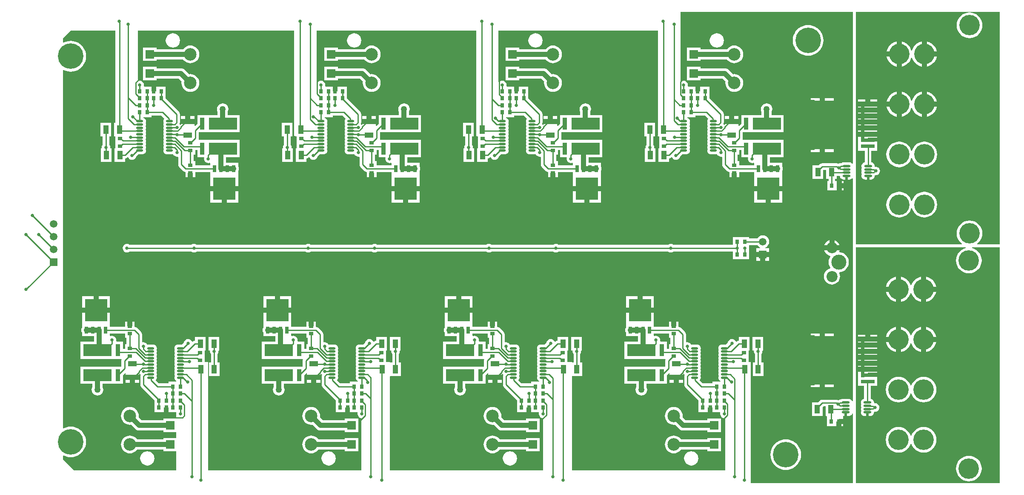
<source format=gtl>
G04*
G04 #@! TF.GenerationSoftware,Altium Limited,Altium Designer,19.1.8 (144)*
G04*
G04 Layer_Physical_Order=1*
G04 Layer_Color=255*
%FSLAX25Y25*%
%MOIN*%
G70*
G01*
G75*
%ADD14C,0.01000*%
%ADD17O,0.05512X0.01772*%
%ADD18O,0.06299X0.01772*%
%ADD19R,0.03504X0.09606*%
%ADD20R,0.22047X0.09606*%
%ADD21R,0.03543X0.02756*%
%ADD22R,0.02756X0.03543*%
%ADD23R,0.17795X0.17480*%
%ADD24R,0.02795X0.05402*%
%ADD25R,0.11024X0.03150*%
%ADD26R,0.14000X0.38200*%
%ADD27R,0.06575X0.06516*%
%ADD28R,0.06693X0.04331*%
%ADD29R,0.04331X0.06693*%
%ADD30R,0.03150X0.31496*%
%ADD31R,0.05512X0.39764*%
%ADD32R,0.14567X0.38189*%
%ADD59C,0.02000*%
%ADD60C,0.04000*%
%ADD61C,0.20000*%
%ADD62C,0.08661*%
%ADD63C,0.11811*%
%ADD64C,0.09843*%
%ADD65C,0.05906*%
%ADD66R,0.05906X0.05906*%
%ADD67C,0.16000*%
%ADD68C,0.02600*%
%ADD69C,0.05000*%
G36*
X715177Y358276D02*
X720154D01*
X720472Y357776D01*
X720380Y357079D01*
X720494Y356217D01*
X720826Y355415D01*
X721355Y354725D01*
X722044Y354196D01*
X722847Y353864D01*
X723709Y353750D01*
X724570Y353864D01*
X724814Y353965D01*
X725311Y353629D01*
Y351805D01*
X713480D01*
Y355410D01*
X712258D01*
Y360248D01*
X713480D01*
Y364030D01*
X715177D01*
Y358276D01*
D02*
G37*
G36*
X573177D02*
X578154D01*
X578472Y357776D01*
X578380Y357079D01*
X578494Y356217D01*
X578826Y355415D01*
X579355Y354725D01*
X580044Y354196D01*
X580847Y353864D01*
X581709Y353750D01*
X582570Y353864D01*
X582814Y353965D01*
X583311Y353629D01*
Y351805D01*
X571480D01*
Y355410D01*
X570258D01*
Y360248D01*
X571480D01*
Y364030D01*
X573177D01*
Y358276D01*
D02*
G37*
G36*
X431177D02*
X436154D01*
X436472Y357776D01*
X436380Y357079D01*
X436494Y356217D01*
X436826Y355415D01*
X437355Y354725D01*
X438044Y354196D01*
X438847Y353864D01*
X439709Y353750D01*
X440570Y353864D01*
X440814Y353965D01*
X441311Y353629D01*
Y351805D01*
X429480D01*
Y355410D01*
X428258D01*
Y360248D01*
X429480D01*
Y364030D01*
X431177D01*
Y358276D01*
D02*
G37*
G36*
X289177D02*
X294154D01*
X294472Y357776D01*
X294380Y357079D01*
X294494Y356217D01*
X294826Y355415D01*
X295355Y354725D01*
X296044Y354196D01*
X296847Y353864D01*
X297709Y353750D01*
X298570Y353864D01*
X298814Y353965D01*
X299311Y353629D01*
Y351805D01*
X287480D01*
Y355410D01*
X286258D01*
Y360248D01*
X287480D01*
Y364030D01*
X289177D01*
Y358276D01*
D02*
G37*
G36*
X802500Y353381D02*
X802000Y353211D01*
X801857Y353397D01*
X801255Y353859D01*
X800553Y354150D01*
X799799Y354249D01*
X795272D01*
X794518Y354150D01*
X793816Y353859D01*
X793661Y353740D01*
X793124D01*
X792148Y353546D01*
X791770Y353293D01*
X791500Y353328D01*
X791151Y353282D01*
X791043Y353355D01*
X790067Y353549D01*
X778504D01*
X777528Y353355D01*
X776701Y352802D01*
X775746Y351847D01*
X771020D01*
Y341154D01*
X779350D01*
Y348242D01*
X779560Y348451D01*
X781650D01*
Y341154D01*
X783498D01*
Y339772D01*
X782669D01*
Y332228D01*
X789953D01*
Y336000D01*
Y339772D01*
X788596D01*
Y341154D01*
X789980D01*
Y343671D01*
X792352D01*
X792361Y343661D01*
X792460Y342908D01*
X792751Y342206D01*
X793214Y341603D01*
X793816Y341141D01*
X794518Y340850D01*
X795272Y340751D01*
X799799D01*
X800553Y340850D01*
X801255Y341141D01*
X801857Y341603D01*
X802000Y341789D01*
X802500Y341619D01*
Y166959D01*
X802000Y166859D01*
X801820Y167294D01*
X801357Y167897D01*
X800755Y168359D01*
X800053Y168650D01*
X799299Y168749D01*
X794772D01*
X794018Y168650D01*
X793316Y168359D01*
X793161Y168240D01*
X792624D01*
X791648Y168046D01*
X791270Y167793D01*
X791000Y167829D01*
X790651Y167782D01*
X790543Y167855D01*
X789567Y168049D01*
X778504D01*
X777528Y167855D01*
X776701Y167302D01*
X775246Y165847D01*
X770520D01*
Y155154D01*
X778850D01*
Y162242D01*
X779560Y162951D01*
X781150D01*
Y155154D01*
X781884D01*
X782169Y154772D01*
Y147228D01*
X789453D01*
Y151000D01*
X791453D01*
Y153000D01*
X794831D01*
Y154772D01*
X794831Y154772D01*
X794831D01*
X794881Y155251D01*
X799299D01*
X800053Y155350D01*
X800755Y155641D01*
X801357Y156103D01*
X801820Y156706D01*
X802000Y157141D01*
X802500Y157041D01*
Y102549D01*
X722500D01*
Y197500D01*
X721063D01*
Y201512D01*
Y206591D01*
X721642D01*
Y217283D01*
X713311D01*
Y214464D01*
X712446Y214292D01*
X711619Y213739D01*
X711515Y213636D01*
X710926Y213753D01*
X710788Y214086D01*
X710259Y214775D01*
X709570Y215304D01*
X708767Y215636D01*
X707905Y215750D01*
X707044Y215636D01*
X706241Y215304D01*
X705552Y214775D01*
X705023Y214086D01*
X704690Y213283D01*
X704631Y212832D01*
X703162Y211364D01*
X700035D01*
X699282Y211264D01*
X698580Y210974D01*
X697977Y210511D01*
X697515Y209908D01*
X697224Y209206D01*
X697125Y208453D01*
X697224Y207699D01*
X697442Y207173D01*
X697224Y206647D01*
X697125Y205894D01*
X697224Y205140D01*
X697442Y204614D01*
X697224Y204088D01*
X697125Y203335D01*
X697224Y202581D01*
X697442Y202055D01*
X697224Y201529D01*
X697125Y200776D01*
X697224Y200022D01*
X697442Y199496D01*
X697224Y198970D01*
X697125Y198216D01*
X697224Y197463D01*
X697442Y196937D01*
X697224Y196411D01*
X697125Y195658D01*
X697224Y194904D01*
X697442Y194378D01*
X697224Y193852D01*
X697125Y193098D01*
X697224Y192345D01*
X697442Y191819D01*
X697224Y191293D01*
X697125Y190539D01*
X697224Y189786D01*
X697442Y189260D01*
X697224Y188734D01*
X697125Y187980D01*
X697224Y187227D01*
X697442Y186701D01*
X697224Y186175D01*
X697125Y185421D01*
X697224Y184668D01*
X697515Y183966D01*
X697977Y183363D01*
X698580Y182901D01*
X699081Y182693D01*
X698982Y182193D01*
X692622D01*
Y180970D01*
X685056D01*
X682630Y183396D01*
X683068Y183966D01*
X683359Y184668D01*
X683458Y185421D01*
X683359Y186175D01*
X683141Y186701D01*
X683359Y187227D01*
X683458Y187980D01*
X683359Y188734D01*
X683141Y189260D01*
X683359Y189786D01*
X683458Y190539D01*
X683359Y191293D01*
X683141Y191819D01*
X683359Y192345D01*
X683458Y193098D01*
X683359Y193852D01*
X683141Y194378D01*
X683359Y194904D01*
X683458Y195658D01*
X683359Y196411D01*
X683141Y196937D01*
X683359Y197463D01*
X683458Y198216D01*
X683359Y198970D01*
X683141Y199496D01*
X683359Y200022D01*
X683458Y200776D01*
X683359Y201529D01*
X683141Y202055D01*
X683359Y202581D01*
X683458Y203335D01*
X683359Y204088D01*
X683141Y204614D01*
X683359Y205140D01*
X683458Y205894D01*
X683359Y206647D01*
X683141Y207173D01*
X683359Y207699D01*
X683458Y208453D01*
X683359Y209206D01*
X683068Y209908D01*
X682605Y210511D01*
X682003Y210974D01*
X681301Y211264D01*
X680547Y211364D01*
X676807D01*
X676054Y211264D01*
X675716Y211404D01*
X675674Y211507D01*
X675145Y212196D01*
X674456Y212725D01*
X673653Y213058D01*
X672791Y213171D01*
X672340Y213112D01*
X671840Y213539D01*
Y219342D01*
X671646Y220318D01*
X671094Y221145D01*
X667771Y224468D01*
X666944Y225020D01*
X666063Y225196D01*
Y229173D01*
X664291D01*
Y225795D01*
X660291D01*
Y229173D01*
X658520D01*
Y225214D01*
X646689D01*
Y227197D01*
X646689Y227697D01*
X646689Y227866D01*
Y236437D01*
X635791D01*
X624894D01*
Y227866D01*
X624894Y227366D01*
X624894Y227197D01*
Y224808D01*
X624797Y224683D01*
X624394Y223710D01*
X624257Y222665D01*
X624394Y221621D01*
X624797Y220648D01*
X624894Y220522D01*
Y217965D01*
X634257D01*
Y213646D01*
X623768D01*
Y200039D01*
X655522D01*
X655604Y199984D01*
X655893Y199539D01*
X655742Y198784D01*
Y194118D01*
X623768D01*
Y180512D01*
X632918D01*
Y177940D01*
X632569Y177096D01*
X632414Y175921D01*
X632569Y174747D01*
X633022Y173652D01*
X633743Y172712D01*
X634683Y171991D01*
X635778Y171537D01*
X636953Y171382D01*
X638128Y171537D01*
X639222Y171991D01*
X640162Y172712D01*
X640883Y173652D01*
X641337Y174747D01*
X641492Y175921D01*
X641337Y177096D01*
X640987Y177940D01*
Y180512D01*
X656823D01*
Y187462D01*
X658483Y189122D01*
X658945Y188931D01*
Y187528D01*
X669638D01*
Y188210D01*
X670138Y188380D01*
X670438Y187989D01*
X670836Y187683D01*
X670645Y187397D01*
X670451Y186421D01*
Y179862D01*
X670645Y178887D01*
X671198Y178060D01*
X681669Y167588D01*
Y163650D01*
Y158150D01*
X688953D01*
Y161921D01*
X692622D01*
Y158150D01*
X692622D01*
Y158150D01*
X698463D01*
X698767Y157650D01*
X698671Y156921D01*
X698785Y156060D01*
X699118Y155257D01*
X699646Y154568D01*
X700336Y154039D01*
X701138Y153706D01*
X702000Y153593D01*
X702124Y153609D01*
X702500Y153279D01*
Y112500D01*
X582500D01*
Y186591D01*
X590587D01*
Y197283D01*
X588954D01*
Y203822D01*
X589288Y204257D01*
X589621Y205060D01*
X589734Y205921D01*
X589695Y206215D01*
X590025Y206591D01*
X590272D01*
Y217283D01*
X581941D01*
Y206591D01*
X582786D01*
X583116Y206215D01*
X583077Y205921D01*
X583190Y205060D01*
X583523Y204257D01*
X583856Y203822D01*
Y197283D01*
X582500D01*
Y197500D01*
X579063D01*
Y201512D01*
Y206591D01*
X579642D01*
Y217283D01*
X571311D01*
Y214464D01*
X570446Y214292D01*
X569619Y213739D01*
X569515Y213636D01*
X568926Y213753D01*
X568788Y214086D01*
X568259Y214775D01*
X567570Y215304D01*
X566767Y215636D01*
X565906Y215750D01*
X565044Y215636D01*
X564241Y215304D01*
X563552Y214775D01*
X563023Y214086D01*
X562690Y213283D01*
X562631Y212832D01*
X561162Y211364D01*
X558035D01*
X557282Y211264D01*
X556580Y210974D01*
X555977Y210511D01*
X555515Y209908D01*
X555224Y209206D01*
X555125Y208453D01*
X555224Y207699D01*
X555442Y207173D01*
X555224Y206647D01*
X555125Y205894D01*
X555224Y205140D01*
X555442Y204614D01*
X555224Y204088D01*
X555125Y203335D01*
X555224Y202581D01*
X555442Y202055D01*
X555224Y201529D01*
X555125Y200776D01*
X555224Y200022D01*
X555442Y199496D01*
X555224Y198970D01*
X555125Y198216D01*
X555224Y197463D01*
X555442Y196937D01*
X555224Y196411D01*
X555125Y195658D01*
X555224Y194904D01*
X555442Y194378D01*
X555224Y193852D01*
X555125Y193098D01*
X555224Y192345D01*
X555442Y191819D01*
X555224Y191293D01*
X555125Y190539D01*
X555224Y189786D01*
X555442Y189260D01*
X555224Y188734D01*
X555125Y187980D01*
X555224Y187227D01*
X555442Y186701D01*
X555224Y186175D01*
X555125Y185421D01*
X555224Y184668D01*
X555515Y183966D01*
X555977Y183363D01*
X556580Y182901D01*
X557081Y182693D01*
X556982Y182193D01*
X550622D01*
Y180970D01*
X543056D01*
X540630Y183396D01*
X541068Y183966D01*
X541359Y184668D01*
X541458Y185421D01*
X541359Y186175D01*
X541141Y186701D01*
X541359Y187227D01*
X541458Y187980D01*
X541359Y188734D01*
X541141Y189260D01*
X541359Y189786D01*
X541458Y190539D01*
X541359Y191293D01*
X541141Y191819D01*
X541359Y192345D01*
X541458Y193098D01*
X541359Y193852D01*
X541141Y194378D01*
X541359Y194904D01*
X541458Y195658D01*
X541359Y196411D01*
X541141Y196937D01*
X541359Y197463D01*
X541458Y198216D01*
X541359Y198970D01*
X541141Y199496D01*
X541359Y200022D01*
X541458Y200776D01*
X541359Y201529D01*
X541141Y202055D01*
X541359Y202581D01*
X541458Y203335D01*
X541359Y204088D01*
X541141Y204614D01*
X541359Y205140D01*
X541458Y205894D01*
X541359Y206647D01*
X541141Y207173D01*
X541359Y207699D01*
X541458Y208453D01*
X541359Y209206D01*
X541068Y209908D01*
X540605Y210511D01*
X540003Y210974D01*
X539301Y211264D01*
X538547Y211364D01*
X534807D01*
X534054Y211264D01*
X533716Y211404D01*
X533674Y211507D01*
X533145Y212196D01*
X532456Y212725D01*
X531653Y213058D01*
X530791Y213171D01*
X530340Y213112D01*
X529840Y213539D01*
Y219342D01*
X529646Y220318D01*
X529094Y221145D01*
X525771Y224468D01*
X524944Y225020D01*
X524063Y225196D01*
Y229173D01*
X522291D01*
Y225795D01*
X518291D01*
Y229173D01*
X516520D01*
Y225214D01*
X504689D01*
Y227197D01*
X504689Y227697D01*
X504689Y227866D01*
Y236437D01*
X493791D01*
X482894D01*
Y227866D01*
X482894Y227366D01*
X482894Y227197D01*
Y224808D01*
X482797Y224683D01*
X482394Y223710D01*
X482257Y222665D01*
X482394Y221621D01*
X482797Y220648D01*
X482894Y220522D01*
Y217965D01*
X492257D01*
Y213646D01*
X481768D01*
Y200039D01*
X513568D01*
X513893Y199539D01*
X513742Y198784D01*
Y194118D01*
X481768D01*
Y180512D01*
X490918D01*
Y177940D01*
X490569Y177096D01*
X490414Y175921D01*
X490569Y174747D01*
X491022Y173652D01*
X491743Y172712D01*
X492683Y171991D01*
X493778Y171537D01*
X494953Y171382D01*
X496128Y171537D01*
X497222Y171991D01*
X498162Y172712D01*
X498883Y173652D01*
X499337Y174747D01*
X499492Y175921D01*
X499337Y177096D01*
X498987Y177940D01*
Y180512D01*
X514823D01*
Y187462D01*
X516483Y189122D01*
X516945Y188931D01*
Y187528D01*
X527638D01*
Y188210D01*
X528138Y188380D01*
X528438Y187989D01*
X528836Y187683D01*
X528645Y187397D01*
X528451Y186421D01*
Y179862D01*
X528645Y178887D01*
X529198Y178060D01*
X539669Y167588D01*
Y163650D01*
Y158150D01*
X546953D01*
Y161921D01*
X550622D01*
Y158150D01*
X550622D01*
Y158150D01*
X556463D01*
X556767Y157650D01*
X556671Y156921D01*
X556785Y156060D01*
X557118Y155257D01*
X557646Y154568D01*
X558336Y154039D01*
X559138Y153706D01*
X560000Y153593D01*
Y112500D01*
X440000D01*
Y186196D01*
X440256Y186591D01*
X440500Y186591D01*
X448587D01*
Y197283D01*
X446954D01*
Y203822D01*
X447288Y204257D01*
X447621Y205060D01*
X447734Y205921D01*
X447695Y206215D01*
X448025Y206591D01*
X448272D01*
Y217283D01*
X439941D01*
Y206591D01*
X440786D01*
X441116Y206215D01*
X441077Y205921D01*
X441190Y205060D01*
X441523Y204257D01*
X441856Y203822D01*
Y197283D01*
X440410Y197283D01*
X440000Y197500D01*
X439846Y197500D01*
X437063D01*
Y201512D01*
Y206591D01*
X437642D01*
Y217283D01*
X429311D01*
Y214464D01*
X428446Y214292D01*
X427619Y213739D01*
X427515Y213636D01*
X426926Y213753D01*
X426788Y214086D01*
X426259Y214775D01*
X425570Y215304D01*
X424767Y215636D01*
X423906Y215750D01*
X423044Y215636D01*
X422241Y215304D01*
X421552Y214775D01*
X421023Y214086D01*
X420690Y213283D01*
X420631Y212832D01*
X419162Y211364D01*
X416035D01*
X415282Y211264D01*
X414580Y210974D01*
X413977Y210511D01*
X413515Y209908D01*
X413224Y209206D01*
X413125Y208453D01*
X413224Y207699D01*
X413442Y207173D01*
X413224Y206647D01*
X413125Y205894D01*
X413224Y205140D01*
X413442Y204614D01*
X413224Y204088D01*
X413125Y203335D01*
X413224Y202581D01*
X413442Y202055D01*
X413224Y201529D01*
X413125Y200776D01*
X413224Y200022D01*
X413442Y199496D01*
X413224Y198970D01*
X413125Y198216D01*
X413224Y197463D01*
X413442Y196937D01*
X413224Y196411D01*
X413125Y195658D01*
X413224Y194904D01*
X413442Y194378D01*
X413224Y193852D01*
X413125Y193098D01*
X413224Y192345D01*
X413442Y191819D01*
X413224Y191293D01*
X413125Y190539D01*
X413224Y189786D01*
X413442Y189260D01*
X413224Y188734D01*
X413125Y187980D01*
X413224Y187227D01*
X413442Y186701D01*
X413224Y186175D01*
X413125Y185421D01*
X413224Y184668D01*
X413515Y183966D01*
X413977Y183363D01*
X414580Y182901D01*
X415081Y182693D01*
X414982Y182193D01*
X408622D01*
Y180970D01*
X401056D01*
X398630Y183396D01*
X399068Y183966D01*
X399359Y184668D01*
X399458Y185421D01*
X399359Y186175D01*
X399141Y186701D01*
X399359Y187227D01*
X399458Y187980D01*
X399359Y188734D01*
X399141Y189260D01*
X399359Y189786D01*
X399458Y190539D01*
X399359Y191293D01*
X399141Y191819D01*
X399359Y192345D01*
X399458Y193098D01*
X399359Y193852D01*
X399141Y194378D01*
X399359Y194904D01*
X399458Y195658D01*
X399359Y196411D01*
X399141Y196937D01*
X399359Y197463D01*
X399458Y198216D01*
X399359Y198970D01*
X399141Y199496D01*
X399359Y200022D01*
X399458Y200776D01*
X399359Y201529D01*
X399141Y202055D01*
X399359Y202581D01*
X399458Y203335D01*
X399359Y204088D01*
X399141Y204614D01*
X399359Y205140D01*
X399458Y205894D01*
X399359Y206647D01*
X399141Y207173D01*
X399359Y207699D01*
X399458Y208453D01*
X399359Y209206D01*
X399068Y209908D01*
X398605Y210511D01*
X398003Y210974D01*
X397301Y211264D01*
X396547Y211364D01*
X392807D01*
X392054Y211264D01*
X391716Y211404D01*
X391674Y211507D01*
X391145Y212196D01*
X390456Y212725D01*
X389653Y213058D01*
X388791Y213171D01*
X388340Y213112D01*
X387840Y213539D01*
Y219342D01*
X387646Y220318D01*
X387094Y221145D01*
X383771Y224468D01*
X382944Y225020D01*
X382063Y225196D01*
Y229173D01*
X380291D01*
Y225795D01*
X376291D01*
Y229173D01*
X374520D01*
Y225214D01*
X362689D01*
Y227197D01*
X362689Y227697D01*
X362689Y227866D01*
Y236437D01*
X351791D01*
X340894D01*
Y227866D01*
X340894Y227366D01*
X340894Y227197D01*
Y224808D01*
X340797Y224683D01*
X340394Y223710D01*
X340257Y222665D01*
X340394Y221621D01*
X340797Y220648D01*
X340894Y220522D01*
Y217965D01*
X350257D01*
Y213646D01*
X339768D01*
Y200039D01*
X371568D01*
X371893Y199539D01*
X371742Y198784D01*
Y194118D01*
X339768D01*
Y180512D01*
X348918D01*
Y177940D01*
X348569Y177096D01*
X348414Y175921D01*
X348569Y174747D01*
X349022Y173652D01*
X349743Y172712D01*
X350683Y171991D01*
X351778Y171537D01*
X352953Y171382D01*
X354128Y171537D01*
X355222Y171991D01*
X356162Y172712D01*
X356884Y173652D01*
X357337Y174747D01*
X357492Y175921D01*
X357337Y177096D01*
X356987Y177940D01*
Y180512D01*
X372823D01*
Y187462D01*
X374483Y189122D01*
X374945Y188931D01*
Y187528D01*
X385638D01*
Y188210D01*
X386138Y188380D01*
X386438Y187989D01*
X386836Y187683D01*
X386645Y187397D01*
X386451Y186421D01*
Y179862D01*
X386645Y178887D01*
X387198Y178060D01*
X397669Y167588D01*
Y163650D01*
Y158150D01*
X404953D01*
Y161921D01*
X408622D01*
Y158150D01*
X408622D01*
Y158150D01*
X414463D01*
X414767Y157650D01*
X414672Y156921D01*
X414785Y156060D01*
X415118Y155257D01*
X415646Y154568D01*
X416336Y154039D01*
X417138Y153706D01*
X417500Y153659D01*
Y112500D01*
X297500D01*
Y197500D01*
X295063D01*
Y201512D01*
Y206591D01*
X295642D01*
Y217283D01*
X287311D01*
Y214464D01*
X286446Y214292D01*
X285619Y213739D01*
X285515Y213636D01*
X284926Y213753D01*
X284788Y214086D01*
X284259Y214775D01*
X283570Y215304D01*
X282767Y215636D01*
X281906Y215750D01*
X281044Y215636D01*
X280241Y215304D01*
X279552Y214775D01*
X279023Y214086D01*
X278690Y213283D01*
X278631Y212832D01*
X277162Y211364D01*
X274035D01*
X273282Y211264D01*
X272580Y210974D01*
X271977Y210511D01*
X271515Y209908D01*
X271224Y209206D01*
X271125Y208453D01*
X271224Y207699D01*
X271442Y207173D01*
X271224Y206647D01*
X271125Y205894D01*
X271224Y205140D01*
X271442Y204614D01*
X271224Y204088D01*
X271125Y203335D01*
X271224Y202581D01*
X271442Y202055D01*
X271224Y201529D01*
X271125Y200776D01*
X271224Y200022D01*
X271442Y199496D01*
X271224Y198970D01*
X271125Y198216D01*
X271224Y197463D01*
X271442Y196937D01*
X271224Y196411D01*
X271125Y195658D01*
X271224Y194904D01*
X271442Y194378D01*
X271224Y193852D01*
X271125Y193098D01*
X271224Y192345D01*
X271442Y191819D01*
X271224Y191293D01*
X271125Y190539D01*
X271224Y189786D01*
X271442Y189260D01*
X271224Y188734D01*
X271125Y187980D01*
X271224Y187227D01*
X271442Y186701D01*
X271224Y186175D01*
X271125Y185421D01*
X271224Y184668D01*
X271515Y183966D01*
X271977Y183363D01*
X272500Y182962D01*
Y182193D01*
X266622D01*
Y180970D01*
X259056D01*
X256630Y183396D01*
X257068Y183966D01*
X257359Y184668D01*
X257458Y185421D01*
X257359Y186175D01*
X257141Y186701D01*
X257359Y187227D01*
X257458Y187980D01*
X257359Y188734D01*
X257141Y189260D01*
X257359Y189786D01*
X257458Y190539D01*
X257359Y191293D01*
X257141Y191819D01*
X257359Y192345D01*
X257458Y193098D01*
X257359Y193852D01*
X257141Y194378D01*
X257359Y194904D01*
X257458Y195658D01*
X257359Y196411D01*
X257141Y196937D01*
X257359Y197463D01*
X257458Y198216D01*
X257359Y198970D01*
X257141Y199496D01*
X257359Y200022D01*
X257458Y200776D01*
X257359Y201529D01*
X257141Y202055D01*
X257359Y202581D01*
X257458Y203335D01*
X257359Y204088D01*
X257141Y204614D01*
X257359Y205140D01*
X257458Y205894D01*
X257359Y206647D01*
X257141Y207173D01*
X257359Y207699D01*
X257458Y208453D01*
X257359Y209206D01*
X257068Y209908D01*
X256605Y210511D01*
X256003Y210974D01*
X255301Y211264D01*
X254547Y211364D01*
X250807D01*
X250054Y211264D01*
X249716Y211404D01*
X249674Y211507D01*
X249145Y212196D01*
X248456Y212725D01*
X247653Y213058D01*
X246791Y213171D01*
X246340Y213112D01*
X245840Y213539D01*
Y219342D01*
X245646Y220318D01*
X245094Y221145D01*
X241771Y224468D01*
X240944Y225020D01*
X240063Y225196D01*
Y229173D01*
X238291D01*
Y225795D01*
X234291D01*
Y229173D01*
X232520D01*
Y225214D01*
X220689D01*
Y227197D01*
X220689Y227697D01*
X220689Y227866D01*
Y236437D01*
X209791D01*
X198894D01*
Y227866D01*
X198894Y227366D01*
X198894Y227197D01*
Y224808D01*
X198797Y224683D01*
X198394Y223710D01*
X198257Y222665D01*
X198394Y221621D01*
X198797Y220648D01*
X198894Y220522D01*
Y217965D01*
X208257D01*
Y213646D01*
X197768D01*
Y200039D01*
X229568D01*
X229893Y199539D01*
X229742Y198784D01*
Y194118D01*
X197768D01*
Y180512D01*
X206918D01*
Y177940D01*
X206569Y177096D01*
X206414Y175921D01*
X206569Y174747D01*
X207022Y173652D01*
X207743Y172712D01*
X208683Y171991D01*
X209778Y171537D01*
X210953Y171382D01*
X212127Y171537D01*
X213222Y171991D01*
X214162Y172712D01*
X214883Y173652D01*
X215337Y174747D01*
X215492Y175921D01*
X215337Y177096D01*
X214987Y177940D01*
Y180512D01*
X230823D01*
Y187462D01*
X232483Y189122D01*
X232945Y188931D01*
Y187528D01*
X243638D01*
Y188210D01*
X244138Y188380D01*
X244438Y187989D01*
X244836Y187683D01*
X244645Y187397D01*
X244451Y186421D01*
Y179862D01*
X244645Y178887D01*
X245198Y178060D01*
X255669Y167588D01*
Y163650D01*
Y158150D01*
X262953D01*
Y161921D01*
X266622D01*
Y158150D01*
X266622D01*
Y158150D01*
X272500D01*
Y153179D01*
X262713D01*
Y151956D01*
X245419D01*
X243134Y154241D01*
X243246Y155378D01*
X243112Y156735D01*
X242717Y158039D01*
X242074Y159242D01*
X241209Y160296D01*
X240155Y161161D01*
X238953Y161803D01*
X237648Y162199D01*
X236291Y162333D01*
X234934Y162199D01*
X233630Y161803D01*
X232428Y161161D01*
X231374Y160296D01*
X230509Y159242D01*
X229866Y158039D01*
X229470Y156735D01*
X229337Y155378D01*
X229470Y154021D01*
X229866Y152717D01*
X230509Y151514D01*
X231374Y150460D01*
X232428Y149595D01*
X233630Y148953D01*
X234934Y148557D01*
X236291Y148423D01*
X237428Y148535D01*
X240895Y145069D01*
X240895Y145068D01*
X241731Y144427D01*
X242704Y144024D01*
X243748Y143887D01*
X262713D01*
Y142663D01*
X272500D01*
Y138100D01*
X262713D01*
Y136971D01*
X241934D01*
X241209Y137855D01*
X240155Y138720D01*
X238953Y139362D01*
X237648Y139758D01*
X236291Y139892D01*
X234934Y139758D01*
X233630Y139362D01*
X232428Y138720D01*
X231374Y137855D01*
X230509Y136801D01*
X229866Y135599D01*
X229470Y134294D01*
X229337Y132937D01*
X229470Y131580D01*
X229866Y130275D01*
X230509Y129073D01*
X231374Y128019D01*
X232428Y127154D01*
X233630Y126512D01*
X234934Y126116D01*
X236291Y125982D01*
X237648Y126116D01*
X238953Y126512D01*
X240155Y127154D01*
X241209Y128019D01*
X241934Y128902D01*
X262713D01*
Y127585D01*
X272500D01*
Y112500D01*
X192500D01*
X184000Y121000D01*
Y124091D01*
X184436Y124336D01*
X184535Y124275D01*
X186280Y123552D01*
X188117Y123111D01*
X190000Y122963D01*
X191883Y123111D01*
X193720Y123552D01*
X195465Y124275D01*
X197075Y125262D01*
X198512Y126488D01*
X199738Y127925D01*
X200725Y129535D01*
X201448Y131280D01*
X201889Y133117D01*
X202037Y135000D01*
X201889Y136883D01*
X201448Y138720D01*
X200725Y140465D01*
X199738Y142075D01*
X198512Y143511D01*
X197075Y144738D01*
X195465Y145725D01*
X193720Y146448D01*
X191883Y146889D01*
X190000Y147037D01*
X188117Y146889D01*
X186280Y146448D01*
X184535Y145725D01*
X184436Y145665D01*
X184000Y145909D01*
Y426591D01*
X184436Y426835D01*
X184535Y426775D01*
X186280Y426052D01*
X188117Y425611D01*
X190000Y425463D01*
X191883Y425611D01*
X193720Y426052D01*
X195465Y426775D01*
X197075Y427762D01*
X198512Y428989D01*
X199738Y430425D01*
X200725Y432035D01*
X201448Y433780D01*
X201889Y435617D01*
X202037Y437500D01*
X201889Y439383D01*
X201448Y441220D01*
X200725Y442965D01*
X199738Y444575D01*
X198512Y446011D01*
X197075Y447238D01*
X195465Y448225D01*
X193720Y448948D01*
X191883Y449389D01*
X190000Y449537D01*
X188117Y449389D01*
X186280Y448948D01*
X184535Y448225D01*
X184436Y448165D01*
X184000Y448409D01*
Y451500D01*
X190000Y457500D01*
X225000Y457500D01*
Y385331D01*
X224043D01*
Y374638D01*
X224937D01*
Y369559D01*
Y365331D01*
X224358D01*
Y354638D01*
X232689D01*
Y357457D01*
X233554Y357629D01*
X234381Y358182D01*
X234485Y358285D01*
X235074Y358168D01*
X235212Y357836D01*
X235741Y357146D01*
X236430Y356617D01*
X237233Y356285D01*
X238094Y356171D01*
X238956Y356285D01*
X239759Y356617D01*
X240448Y357146D01*
X240977Y357836D01*
X241310Y358639D01*
X241369Y359089D01*
X242838Y360558D01*
X245965D01*
X246718Y360657D01*
X247420Y360948D01*
X248023Y361410D01*
X248485Y362013D01*
X248776Y362715D01*
X248875Y363469D01*
X248776Y364222D01*
X248558Y364748D01*
X248776Y365274D01*
X248875Y366028D01*
X248776Y366781D01*
X248558Y367307D01*
X248776Y367833D01*
X248875Y368587D01*
X248776Y369340D01*
X248558Y369866D01*
X248776Y370392D01*
X248875Y371146D01*
X248776Y371899D01*
X248558Y372425D01*
X248776Y372951D01*
X248875Y373705D01*
X248776Y374458D01*
X248558Y374984D01*
X248776Y375510D01*
X248875Y376264D01*
X248776Y377017D01*
X248558Y377543D01*
X248776Y378069D01*
X248875Y378823D01*
X248776Y379576D01*
X248558Y380102D01*
X248776Y380628D01*
X248875Y381382D01*
X248776Y382135D01*
X248558Y382661D01*
X248776Y383188D01*
X248875Y383941D01*
X248776Y384694D01*
X248558Y385221D01*
X248776Y385747D01*
X248875Y386500D01*
X248776Y387253D01*
X248485Y387955D01*
X248023Y388558D01*
X247420Y389021D01*
X246919Y389228D01*
X247018Y389728D01*
X253378D01*
Y390951D01*
X260944D01*
X263370Y388526D01*
X262932Y387955D01*
X262641Y387253D01*
X262542Y386500D01*
X262641Y385747D01*
X262859Y385221D01*
X262641Y384694D01*
X262542Y383941D01*
X262641Y383188D01*
X262859Y382661D01*
X262641Y382135D01*
X262542Y381382D01*
X262641Y380628D01*
X262859Y380102D01*
X262641Y379576D01*
X262542Y378823D01*
X262641Y378069D01*
X262859Y377543D01*
X262641Y377017D01*
X262542Y376264D01*
X262641Y375510D01*
X262859Y374984D01*
X262641Y374458D01*
X262542Y373705D01*
X262641Y372951D01*
X262859Y372425D01*
X262641Y371899D01*
X262542Y371146D01*
X262641Y370392D01*
X262859Y369866D01*
X262641Y369340D01*
X262542Y368587D01*
X262641Y367833D01*
X262859Y367307D01*
X262641Y366781D01*
X262542Y366028D01*
X262641Y365274D01*
X262859Y364748D01*
X262641Y364222D01*
X262542Y363469D01*
X262641Y362715D01*
X262932Y362013D01*
X263395Y361410D01*
X263997Y360948D01*
X264699Y360657D01*
X265453Y360558D01*
X269193D01*
X269946Y360657D01*
X270284Y360517D01*
X270326Y360415D01*
X270855Y359725D01*
X271544Y359196D01*
X272347Y358864D01*
X273209Y358750D01*
X273660Y358810D01*
X274160Y358382D01*
Y352579D01*
X274354Y351603D01*
X274906Y350776D01*
X278229Y347453D01*
X279056Y346901D01*
X279937Y346726D01*
Y342748D01*
X281709D01*
Y346126D01*
X285709D01*
Y342748D01*
X287480D01*
Y346707D01*
X299311D01*
Y344724D01*
X299311Y344224D01*
X299311Y344055D01*
Y335484D01*
X310209D01*
X321106D01*
Y344055D01*
X321106Y344555D01*
X321106Y344724D01*
Y347113D01*
X321203Y347239D01*
X321606Y348212D01*
X321743Y349256D01*
X321606Y350300D01*
X321203Y351273D01*
X321106Y351399D01*
Y353957D01*
X311743D01*
Y358276D01*
X322232D01*
Y371882D01*
X290432D01*
X290107Y372382D01*
X290258Y373138D01*
Y377803D01*
X322232D01*
Y391409D01*
X313082D01*
Y393981D01*
X313431Y394825D01*
X313586Y396000D01*
X313431Y397175D01*
X312978Y398269D01*
X312257Y399209D01*
X311317Y399931D01*
X310222Y400384D01*
X309047Y400539D01*
X307873Y400384D01*
X306778Y399931D01*
X305838Y399209D01*
X305117Y398269D01*
X304663Y397175D01*
X304508Y396000D01*
X304663Y394825D01*
X305013Y393981D01*
Y391409D01*
X289177D01*
Y384459D01*
X287517Y382799D01*
X287055Y382990D01*
Y384394D01*
X281709D01*
X276362D01*
Y383711D01*
X275862Y383541D01*
X275562Y383932D01*
X275164Y384238D01*
X275355Y384524D01*
X275549Y385500D01*
Y392059D01*
X275355Y393035D01*
X274802Y393861D01*
X264331Y404333D01*
Y406228D01*
Y413772D01*
X257047D01*
Y410000D01*
X253378D01*
Y413772D01*
X253378D01*
Y413772D01*
X247537D01*
X247233Y414272D01*
X247328Y415000D01*
X247215Y415862D01*
X246883Y416664D01*
X246354Y417354D01*
X245664Y417882D01*
X244862Y418215D01*
X244000Y418329D01*
X243139Y418215D01*
X242916Y418123D01*
X242500Y418401D01*
Y457500D01*
X365000D01*
Y375000D01*
X366043D01*
Y374638D01*
X366937D01*
Y369559D01*
Y365331D01*
X366358D01*
Y354638D01*
X374689D01*
Y357457D01*
X375554Y357629D01*
X376381Y358182D01*
X376485Y358285D01*
X377074Y358168D01*
X377212Y357836D01*
X377741Y357146D01*
X378430Y356617D01*
X379233Y356285D01*
X380095Y356171D01*
X380956Y356285D01*
X381759Y356617D01*
X382448Y357146D01*
X382977Y357836D01*
X383310Y358639D01*
X383369Y359089D01*
X384838Y360558D01*
X387965D01*
X388718Y360657D01*
X389420Y360948D01*
X390023Y361410D01*
X390485Y362013D01*
X390776Y362715D01*
X390875Y363469D01*
X390776Y364222D01*
X390558Y364748D01*
X390776Y365274D01*
X390875Y366028D01*
X390776Y366781D01*
X390558Y367307D01*
X390776Y367833D01*
X390875Y368587D01*
X390776Y369340D01*
X390558Y369866D01*
X390776Y370392D01*
X390875Y371146D01*
X390776Y371899D01*
X390558Y372425D01*
X390776Y372951D01*
X390875Y373705D01*
X390776Y374458D01*
X390558Y374984D01*
X390776Y375510D01*
X390875Y376264D01*
X390776Y377017D01*
X390558Y377543D01*
X390776Y378069D01*
X390875Y378823D01*
X390776Y379576D01*
X390558Y380102D01*
X390776Y380629D01*
X390875Y381382D01*
X390776Y382135D01*
X390558Y382661D01*
X390776Y383188D01*
X390875Y383941D01*
X390776Y384694D01*
X390558Y385221D01*
X390776Y385747D01*
X390875Y386500D01*
X390776Y387253D01*
X390485Y387955D01*
X390023Y388558D01*
X389420Y389021D01*
X388919Y389228D01*
X389018Y389728D01*
X395378D01*
Y390951D01*
X402944D01*
X405370Y388526D01*
X404932Y387955D01*
X404641Y387253D01*
X404542Y386500D01*
X404641Y385747D01*
X404859Y385221D01*
X404641Y384694D01*
X404542Y383941D01*
X404641Y383188D01*
X404859Y382661D01*
X404641Y382135D01*
X404542Y381382D01*
X404641Y380629D01*
X404859Y380102D01*
X404641Y379576D01*
X404542Y378823D01*
X404641Y378069D01*
X404859Y377543D01*
X404641Y377017D01*
X404542Y376264D01*
X404641Y375510D01*
X404859Y374984D01*
X404641Y374458D01*
X404542Y373705D01*
X404641Y372951D01*
X404859Y372425D01*
X404641Y371899D01*
X404542Y371146D01*
X404641Y370392D01*
X404859Y369866D01*
X404641Y369340D01*
X404542Y368587D01*
X404641Y367833D01*
X404859Y367307D01*
X404641Y366781D01*
X404542Y366028D01*
X404641Y365274D01*
X404859Y364748D01*
X404641Y364222D01*
X404542Y363469D01*
X404641Y362715D01*
X404932Y362013D01*
X405395Y361410D01*
X405997Y360948D01*
X406699Y360657D01*
X407453Y360558D01*
X411193D01*
X411946Y360657D01*
X412284Y360517D01*
X412326Y360415D01*
X412855Y359725D01*
X413544Y359196D01*
X414347Y358864D01*
X415209Y358750D01*
X415660Y358810D01*
X416160Y358382D01*
Y352579D01*
X416354Y351603D01*
X416906Y350776D01*
X420229Y347453D01*
X421056Y346901D01*
X421937Y346726D01*
Y342748D01*
X423709D01*
Y346126D01*
X427709D01*
Y342748D01*
X429480D01*
Y346707D01*
X441311D01*
Y344724D01*
X441311Y344224D01*
X441311Y344055D01*
Y335484D01*
X452209D01*
X463106D01*
Y344055D01*
X463106Y344555D01*
X463106Y344724D01*
Y347113D01*
X463203Y347239D01*
X463606Y348212D01*
X463743Y349256D01*
X463606Y350300D01*
X463203Y351273D01*
X463106Y351399D01*
Y353957D01*
X453743D01*
Y358276D01*
X464232D01*
Y371882D01*
X432432D01*
X432107Y372382D01*
X432258Y373138D01*
Y377803D01*
X464232D01*
Y391409D01*
X455082D01*
Y393981D01*
X455431Y394825D01*
X455586Y396000D01*
X455431Y397175D01*
X454978Y398269D01*
X454257Y399209D01*
X453317Y399931D01*
X452222Y400384D01*
X451047Y400539D01*
X449872Y400384D01*
X448778Y399931D01*
X447838Y399209D01*
X447117Y398269D01*
X446663Y397175D01*
X446508Y396000D01*
X446663Y394825D01*
X447013Y393981D01*
Y391409D01*
X431177D01*
Y384459D01*
X429517Y382799D01*
X429055Y382990D01*
Y384394D01*
X423709D01*
X418362D01*
Y383711D01*
X417862Y383541D01*
X417562Y383932D01*
X417164Y384238D01*
X417355Y384524D01*
X417549Y385500D01*
Y392059D01*
X417355Y393035D01*
X416802Y393861D01*
X406331Y404333D01*
Y406228D01*
Y413772D01*
X399047D01*
Y410000D01*
X395378D01*
Y413772D01*
X395378D01*
Y413772D01*
X389537D01*
X389233Y414272D01*
X389329Y415000D01*
X389215Y415862D01*
X388882Y416664D01*
X388354Y417354D01*
X387664Y417882D01*
X386861Y418215D01*
X386000Y418329D01*
X385139Y418215D01*
X384336Y417882D01*
X383646Y417354D01*
X383118Y416664D01*
X383000Y416381D01*
X382500Y416480D01*
Y457500D01*
X507500D01*
Y375000D01*
X508043D01*
Y374638D01*
X508937D01*
Y369559D01*
Y365331D01*
X508358D01*
Y354638D01*
X516689D01*
Y357457D01*
X517554Y357629D01*
X518381Y358182D01*
X518485Y358285D01*
X519074Y358168D01*
X519212Y357836D01*
X519741Y357146D01*
X520430Y356617D01*
X521233Y356285D01*
X522094Y356171D01*
X522956Y356285D01*
X523759Y356617D01*
X524448Y357146D01*
X524977Y357836D01*
X525310Y358639D01*
X525369Y359089D01*
X526838Y360558D01*
X529965D01*
X530718Y360657D01*
X531420Y360948D01*
X532023Y361410D01*
X532485Y362013D01*
X532776Y362715D01*
X532875Y363469D01*
X532776Y364222D01*
X532558Y364748D01*
X532776Y365274D01*
X532875Y366028D01*
X532776Y366781D01*
X532558Y367307D01*
X532776Y367833D01*
X532875Y368587D01*
X532776Y369340D01*
X532558Y369866D01*
X532776Y370392D01*
X532875Y371146D01*
X532776Y371899D01*
X532558Y372425D01*
X532776Y372951D01*
X532875Y373705D01*
X532776Y374458D01*
X532558Y374984D01*
X532776Y375510D01*
X532875Y376264D01*
X532776Y377017D01*
X532558Y377543D01*
X532776Y378069D01*
X532875Y378823D01*
X532776Y379576D01*
X532558Y380102D01*
X532776Y380628D01*
X532875Y381382D01*
X532776Y382135D01*
X532558Y382661D01*
X532776Y383188D01*
X532875Y383941D01*
X532776Y384694D01*
X532558Y385221D01*
X532776Y385747D01*
X532875Y386500D01*
X532776Y387253D01*
X532485Y387955D01*
X532023Y388558D01*
X531420Y389021D01*
X530919Y389228D01*
X531018Y389728D01*
X537378D01*
Y390951D01*
X544944D01*
X547370Y388526D01*
X546932Y387955D01*
X546641Y387253D01*
X546542Y386500D01*
X546641Y385747D01*
X546859Y385221D01*
X546641Y384694D01*
X546542Y383941D01*
X546641Y383188D01*
X546859Y382661D01*
X546641Y382135D01*
X546542Y381382D01*
X546641Y380628D01*
X546859Y380102D01*
X546641Y379576D01*
X546542Y378823D01*
X546641Y378069D01*
X546859Y377543D01*
X546641Y377017D01*
X546542Y376264D01*
X546641Y375510D01*
X546859Y374984D01*
X546641Y374458D01*
X546542Y373705D01*
X546641Y372951D01*
X546859Y372425D01*
X546641Y371899D01*
X546542Y371146D01*
X546641Y370392D01*
X546859Y369866D01*
X546641Y369340D01*
X546542Y368587D01*
X546641Y367833D01*
X546859Y367307D01*
X546641Y366781D01*
X546542Y366028D01*
X546641Y365274D01*
X546859Y364748D01*
X546641Y364222D01*
X546542Y363469D01*
X546641Y362715D01*
X546932Y362013D01*
X547395Y361410D01*
X547997Y360948D01*
X548699Y360657D01*
X549453Y360558D01*
X553193D01*
X553946Y360657D01*
X554284Y360517D01*
X554326Y360415D01*
X554855Y359725D01*
X555544Y359196D01*
X556347Y358864D01*
X557209Y358750D01*
X557660Y358810D01*
X558160Y358382D01*
Y352579D01*
X558354Y351603D01*
X558906Y350776D01*
X562229Y347453D01*
X563056Y346901D01*
X563937Y346726D01*
Y342748D01*
X565709D01*
Y346126D01*
X569709D01*
Y342748D01*
X571480D01*
Y346707D01*
X583311D01*
Y344724D01*
X583311Y344224D01*
X583311Y344055D01*
Y335484D01*
X594209D01*
X605106D01*
Y344055D01*
X605106Y344555D01*
X605106Y344724D01*
Y347113D01*
X605203Y347239D01*
X605606Y348212D01*
X605743Y349256D01*
X605606Y350300D01*
X605203Y351273D01*
X605106Y351399D01*
Y353957D01*
X595743D01*
Y358276D01*
X606232D01*
Y371882D01*
X574432D01*
X574107Y372382D01*
X574258Y373138D01*
Y377803D01*
X606232D01*
Y391409D01*
X597082D01*
Y393981D01*
X597431Y394825D01*
X597586Y396000D01*
X597431Y397175D01*
X596978Y398269D01*
X596257Y399209D01*
X595317Y399931D01*
X594222Y400384D01*
X593047Y400539D01*
X591873Y400384D01*
X590778Y399931D01*
X589838Y399209D01*
X589116Y398269D01*
X588663Y397175D01*
X588508Y396000D01*
X588663Y394825D01*
X589013Y393981D01*
Y391409D01*
X573177D01*
Y384459D01*
X571517Y382799D01*
X571055Y382990D01*
Y384394D01*
X565709D01*
X560362D01*
Y383711D01*
X559862Y383541D01*
X559562Y383932D01*
X559164Y384238D01*
X559355Y384524D01*
X559549Y385500D01*
Y392059D01*
X559355Y393035D01*
X558802Y393861D01*
X548331Y404333D01*
Y406228D01*
Y413772D01*
X541047D01*
Y410000D01*
X537378D01*
Y413772D01*
X537378D01*
Y413772D01*
X531537D01*
X531233Y414272D01*
X531328Y415000D01*
X531215Y415862D01*
X530883Y416664D01*
X530354Y417354D01*
X529664Y417882D01*
X528862Y418215D01*
X528000Y418329D01*
X527139Y418215D01*
X526336Y417882D01*
X525646Y417354D01*
X525500Y417163D01*
X525000Y417333D01*
Y457500D01*
X650000D01*
Y375500D01*
X649500Y375000D01*
X650043D01*
Y374638D01*
X650937D01*
Y369559D01*
Y365331D01*
X650358D01*
Y354638D01*
X658689D01*
Y357457D01*
X659554Y357629D01*
X660381Y358182D01*
X660485Y358285D01*
X661074Y358168D01*
X661212Y357836D01*
X661741Y357146D01*
X662430Y356617D01*
X663233Y356285D01*
X664094Y356171D01*
X664956Y356285D01*
X665759Y356617D01*
X666448Y357146D01*
X666977Y357836D01*
X667310Y358639D01*
X667369Y359089D01*
X668838Y360558D01*
X671965D01*
X672718Y360657D01*
X673420Y360948D01*
X674023Y361410D01*
X674485Y362013D01*
X674776Y362715D01*
X674875Y363469D01*
X674776Y364222D01*
X674558Y364748D01*
X674776Y365274D01*
X674875Y366028D01*
X674776Y366781D01*
X674558Y367307D01*
X674776Y367833D01*
X674875Y368587D01*
X674776Y369340D01*
X674558Y369866D01*
X674776Y370392D01*
X674875Y371146D01*
X674776Y371899D01*
X674558Y372425D01*
X674776Y372951D01*
X674875Y373705D01*
X674776Y374458D01*
X674558Y374984D01*
X674776Y375510D01*
X674875Y376264D01*
X674776Y377017D01*
X674558Y377543D01*
X674776Y378069D01*
X674875Y378823D01*
X674776Y379576D01*
X674558Y380102D01*
X674776Y380629D01*
X674875Y381382D01*
X674776Y382135D01*
X674558Y382661D01*
X674776Y383188D01*
X674875Y383941D01*
X674776Y384694D01*
X674558Y385221D01*
X674776Y385747D01*
X674875Y386500D01*
X674776Y387253D01*
X674485Y387955D01*
X674023Y388558D01*
X673420Y389021D01*
X672919Y389228D01*
X673018Y389728D01*
X679378D01*
Y390951D01*
X686944D01*
X689370Y388526D01*
X688932Y387955D01*
X688641Y387253D01*
X688542Y386500D01*
X688641Y385747D01*
X688859Y385221D01*
X688641Y384694D01*
X688542Y383941D01*
X688641Y383188D01*
X688859Y382661D01*
X688641Y382135D01*
X688542Y381382D01*
X688641Y380629D01*
X688859Y380102D01*
X688641Y379576D01*
X688542Y378823D01*
X688641Y378069D01*
X688859Y377543D01*
X688641Y377017D01*
X688542Y376264D01*
X688641Y375510D01*
X688859Y374984D01*
X688641Y374458D01*
X688542Y373705D01*
X688641Y372951D01*
X688859Y372425D01*
X688641Y371899D01*
X688542Y371146D01*
X688641Y370392D01*
X688859Y369866D01*
X688641Y369340D01*
X688542Y368587D01*
X688641Y367833D01*
X688859Y367307D01*
X688641Y366781D01*
X688542Y366028D01*
X688641Y365274D01*
X688859Y364748D01*
X688641Y364222D01*
X688542Y363469D01*
X688641Y362715D01*
X688932Y362013D01*
X689395Y361410D01*
X689997Y360948D01*
X690699Y360657D01*
X691453Y360558D01*
X695193D01*
X695946Y360657D01*
X696284Y360517D01*
X696326Y360415D01*
X696855Y359725D01*
X697544Y359196D01*
X698347Y358864D01*
X699209Y358750D01*
X699660Y358810D01*
X700160Y358382D01*
Y352579D01*
X700354Y351603D01*
X700906Y350776D01*
X704229Y347453D01*
X705056Y346901D01*
X705937Y346726D01*
Y342748D01*
X707709D01*
Y346126D01*
X711709D01*
Y342748D01*
X713480D01*
Y346707D01*
X725311D01*
Y344724D01*
X725311Y344224D01*
X725311Y344055D01*
Y335484D01*
X736209D01*
X747106D01*
Y344055D01*
X747106Y344555D01*
X747106Y344724D01*
Y347113D01*
X747203Y347239D01*
X747606Y348212D01*
X747743Y349256D01*
X747606Y350300D01*
X747203Y351273D01*
X747106Y351399D01*
Y353957D01*
X737743D01*
Y358276D01*
X748232D01*
Y371882D01*
X716432D01*
X716107Y372382D01*
X716258Y373138D01*
Y377803D01*
X748232D01*
Y391409D01*
X739082D01*
Y393981D01*
X739431Y394825D01*
X739586Y396000D01*
X739431Y397175D01*
X738978Y398269D01*
X738257Y399209D01*
X737317Y399931D01*
X736222Y400384D01*
X735047Y400539D01*
X733873Y400384D01*
X732778Y399931D01*
X731838Y399209D01*
X731116Y398269D01*
X730663Y397175D01*
X730508Y396000D01*
X730663Y394825D01*
X731013Y393981D01*
Y391409D01*
X715177D01*
Y384459D01*
X713517Y382799D01*
X713055Y382990D01*
Y384394D01*
X707709D01*
X702362D01*
Y383711D01*
X701862Y383541D01*
X701562Y383932D01*
X701164Y384238D01*
X701355Y384524D01*
X701549Y385500D01*
Y392059D01*
X701355Y393035D01*
X700802Y393861D01*
X690331Y404333D01*
Y406228D01*
Y413772D01*
X683047D01*
Y410000D01*
X679378D01*
Y413772D01*
X679378D01*
Y413772D01*
X673537D01*
X673233Y414272D01*
X673328Y415000D01*
X673215Y415862D01*
X672883Y416664D01*
X672354Y417354D01*
X671664Y417882D01*
X670861Y418215D01*
X670000Y418329D01*
X669138Y418215D01*
X668336Y417882D01*
X668000Y417625D01*
X667500Y417872D01*
Y472451D01*
X802500D01*
Y353381D01*
D02*
G37*
G36*
X917451Y290000D02*
X900041D01*
X899862Y290500D01*
X901038Y291465D01*
X902288Y292988D01*
X903217Y294725D01*
X903788Y296610D01*
X903981Y298571D01*
X903788Y300531D01*
X903217Y302416D01*
X902288Y304153D01*
X901038Y305676D01*
X899516Y306926D01*
X897778Y307854D01*
X895893Y308426D01*
X893933Y308619D01*
X891973Y308426D01*
X890088Y307854D01*
X888350Y306926D01*
X886828Y305676D01*
X885578Y304153D01*
X884650Y302416D01*
X884078Y300531D01*
X883885Y298571D01*
X884078Y296610D01*
X884650Y294725D01*
X885578Y292988D01*
X886828Y291465D01*
X888004Y290500D01*
X887825Y290000D01*
X805000D01*
Y472451D01*
X917451D01*
Y290000D01*
D02*
G37*
G36*
Y102549D02*
X805000D01*
Y287500D01*
X890889D01*
X890963Y287000D01*
X889588Y286583D01*
X887850Y285654D01*
X886328Y284404D01*
X885078Y282882D01*
X884150Y281144D01*
X883578Y279259D01*
X883385Y277299D01*
X883578Y275339D01*
X884150Y273454D01*
X885078Y271717D01*
X886328Y270194D01*
X887850Y268944D01*
X889588Y268016D01*
X891473Y267444D01*
X893433Y267251D01*
X895393Y267444D01*
X897278Y268016D01*
X899016Y268944D01*
X900538Y270194D01*
X901788Y271717D01*
X902717Y273454D01*
X903288Y275339D01*
X903481Y277299D01*
X903288Y279259D01*
X902717Y281144D01*
X901788Y282882D01*
X900538Y284404D01*
X899016Y285654D01*
X897278Y286583D01*
X895903Y287000D01*
X895977Y287500D01*
X917451D01*
Y102549D01*
D02*
G37*
G36*
X658520Y216512D02*
X659742D01*
Y211673D01*
X658520D01*
Y207892D01*
X656823D01*
Y213646D01*
X651846D01*
X651528Y214146D01*
X651620Y214843D01*
X651506Y215704D01*
X651174Y216507D01*
X650645Y217196D01*
X649956Y217725D01*
X649153Y218058D01*
X648291Y218171D01*
X647430Y218058D01*
X647186Y217956D01*
X646689Y218292D01*
Y220116D01*
X658520D01*
Y216512D01*
D02*
G37*
G36*
X516520D02*
X517742D01*
Y211673D01*
X516520D01*
Y207892D01*
X514823D01*
Y213646D01*
X509846D01*
X509528Y214146D01*
X509620Y214843D01*
X509506Y215704D01*
X509174Y216507D01*
X508645Y217196D01*
X507956Y217725D01*
X507153Y218058D01*
X506291Y218171D01*
X505430Y218058D01*
X505186Y217956D01*
X504689Y218292D01*
Y220116D01*
X516520D01*
Y216512D01*
D02*
G37*
G36*
X374520D02*
X375742D01*
Y211673D01*
X374520D01*
Y207892D01*
X372823D01*
Y213646D01*
X367846D01*
X367528Y214146D01*
X367620Y214843D01*
X367506Y215704D01*
X367174Y216507D01*
X366645Y217196D01*
X365956Y217725D01*
X365153Y218058D01*
X364291Y218171D01*
X363430Y218058D01*
X363186Y217956D01*
X362689Y218292D01*
Y220116D01*
X374520D01*
Y216512D01*
D02*
G37*
G36*
X232520D02*
X233742D01*
Y211673D01*
X232520D01*
Y207892D01*
X230823D01*
Y213646D01*
X225846D01*
X225528Y214146D01*
X225620Y214843D01*
X225506Y215704D01*
X225174Y216507D01*
X224645Y217196D01*
X223956Y217725D01*
X223153Y218058D01*
X222291Y218171D01*
X221430Y218058D01*
X221186Y217956D01*
X220689Y218292D01*
Y220116D01*
X232520D01*
Y216512D01*
D02*
G37*
%LPC*%
G36*
X696008Y455481D02*
X694561Y455290D01*
X693212Y454732D01*
X692054Y453843D01*
X691166Y452685D01*
X690607Y451337D01*
X690417Y449890D01*
X690607Y448443D01*
X691166Y447094D01*
X692054Y445936D01*
X693212Y445048D01*
X694561Y444489D01*
X696008Y444299D01*
X697455Y444489D01*
X698803Y445048D01*
X699961Y445936D01*
X700850Y447094D01*
X701408Y448443D01*
X701599Y449890D01*
X701408Y451337D01*
X700850Y452685D01*
X699961Y453843D01*
X698803Y454732D01*
X697455Y455290D01*
X696008Y455481D01*
D02*
G37*
G36*
X554008D02*
X552561Y455290D01*
X551212Y454732D01*
X550054Y453843D01*
X549166Y452685D01*
X548607Y451337D01*
X548417Y449890D01*
X548607Y448443D01*
X549166Y447094D01*
X550054Y445936D01*
X551212Y445048D01*
X552561Y444489D01*
X554008Y444299D01*
X555455Y444489D01*
X556803Y445048D01*
X557961Y445936D01*
X558850Y447094D01*
X559409Y448443D01*
X559599Y449890D01*
X559409Y451337D01*
X558850Y452685D01*
X557961Y453843D01*
X556803Y454732D01*
X555455Y455290D01*
X554008Y455481D01*
D02*
G37*
G36*
X412008D02*
X410561Y455290D01*
X409212Y454732D01*
X408054Y453843D01*
X407166Y452685D01*
X406607Y451337D01*
X406417Y449890D01*
X406607Y448443D01*
X407166Y447094D01*
X408054Y445936D01*
X409212Y445048D01*
X410561Y444489D01*
X412008Y444299D01*
X413455Y444489D01*
X414803Y445048D01*
X415961Y445936D01*
X416850Y447094D01*
X417409Y448443D01*
X417599Y449890D01*
X417409Y451337D01*
X416850Y452685D01*
X415961Y453843D01*
X414803Y454732D01*
X413455Y455290D01*
X412008Y455481D01*
D02*
G37*
G36*
X270008D02*
X268561Y455290D01*
X267212Y454732D01*
X266054Y453843D01*
X265166Y452685D01*
X264607Y451337D01*
X264417Y449890D01*
X264607Y448443D01*
X265166Y447094D01*
X266054Y445936D01*
X267212Y445048D01*
X268561Y444489D01*
X270008Y444299D01*
X271455Y444489D01*
X272803Y445048D01*
X273961Y445936D01*
X274850Y447094D01*
X275409Y448443D01*
X275599Y449890D01*
X275409Y451337D01*
X274850Y452685D01*
X273961Y453843D01*
X272803Y454732D01*
X271455Y455290D01*
X270008Y455481D01*
D02*
G37*
G36*
X709709Y445939D02*
X708352Y445805D01*
X707047Y445410D01*
X705845Y444767D01*
X704791Y443902D01*
X704066Y443019D01*
X683287D01*
Y444337D01*
X672713D01*
Y433821D01*
X683287D01*
Y434950D01*
X704066D01*
X704791Y434066D01*
X705845Y433202D01*
X707047Y432559D01*
X708352Y432163D01*
X709709Y432029D01*
X711065Y432163D01*
X712370Y432559D01*
X713573Y433202D01*
X714626Y434066D01*
X715491Y435120D01*
X716134Y436323D01*
X716530Y437628D01*
X716663Y438984D01*
X716530Y440341D01*
X716134Y441646D01*
X715491Y442848D01*
X714626Y443902D01*
X713573Y444767D01*
X712370Y445410D01*
X711065Y445805D01*
X709709Y445939D01*
D02*
G37*
G36*
X567709D02*
X566352Y445805D01*
X565047Y445410D01*
X563845Y444767D01*
X562791Y443902D01*
X562066Y443019D01*
X541287D01*
Y444337D01*
X530713D01*
Y433821D01*
X541287D01*
Y434950D01*
X562066D01*
X562791Y434066D01*
X563845Y433202D01*
X565047Y432559D01*
X566352Y432163D01*
X567709Y432029D01*
X569066Y432163D01*
X570370Y432559D01*
X571572Y433202D01*
X572626Y434066D01*
X573491Y435120D01*
X574134Y436323D01*
X574530Y437628D01*
X574663Y438984D01*
X574530Y440341D01*
X574134Y441646D01*
X573491Y442848D01*
X572626Y443902D01*
X571572Y444767D01*
X570370Y445410D01*
X569066Y445805D01*
X567709Y445939D01*
D02*
G37*
G36*
X425709D02*
X424352Y445805D01*
X423047Y445410D01*
X421845Y444767D01*
X420791Y443902D01*
X420066Y443019D01*
X399287D01*
Y444337D01*
X388713D01*
Y433821D01*
X399287D01*
Y434950D01*
X420066D01*
X420791Y434066D01*
X421845Y433202D01*
X423047Y432559D01*
X424352Y432163D01*
X425709Y432029D01*
X427066Y432163D01*
X428370Y432559D01*
X429572Y433202D01*
X430626Y434066D01*
X431491Y435120D01*
X432134Y436323D01*
X432530Y437628D01*
X432663Y438984D01*
X432530Y440341D01*
X432134Y441646D01*
X431491Y442848D01*
X430626Y443902D01*
X429572Y444767D01*
X428370Y445410D01*
X427066Y445805D01*
X425709Y445939D01*
D02*
G37*
G36*
X283709D02*
X282352Y445805D01*
X281047Y445410D01*
X279845Y444767D01*
X278791Y443902D01*
X278066Y443019D01*
X257287D01*
Y444337D01*
X246713D01*
Y433821D01*
X257287D01*
Y434950D01*
X278066D01*
X278791Y434066D01*
X279845Y433202D01*
X281047Y432559D01*
X282352Y432163D01*
X283709Y432029D01*
X285066Y432163D01*
X286370Y432559D01*
X287573Y433202D01*
X288626Y434066D01*
X289491Y435120D01*
X290134Y436323D01*
X290530Y437628D01*
X290663Y438984D01*
X290530Y440341D01*
X290134Y441646D01*
X289491Y442848D01*
X288626Y443902D01*
X287573Y444767D01*
X286370Y445410D01*
X285066Y445805D01*
X283709Y445939D01*
D02*
G37*
G36*
X767500Y462037D02*
X765617Y461889D01*
X763780Y461448D01*
X762035Y460725D01*
X760425Y459738D01*
X758989Y458511D01*
X757762Y457075D01*
X756775Y455465D01*
X756052Y453720D01*
X755611Y451883D01*
X755463Y450000D01*
X755611Y448117D01*
X756052Y446280D01*
X756775Y444535D01*
X757762Y442925D01*
X758989Y441489D01*
X760425Y440262D01*
X762035Y439275D01*
X763780Y438552D01*
X765617Y438111D01*
X767500Y437963D01*
X769383Y438111D01*
X771220Y438552D01*
X772965Y439275D01*
X774575Y440262D01*
X776012Y441489D01*
X777238Y442925D01*
X778225Y444535D01*
X778948Y446280D01*
X779389Y448117D01*
X779537Y450000D01*
X779389Y451883D01*
X778948Y453720D01*
X778225Y455465D01*
X777238Y457075D01*
X776012Y458511D01*
X774575Y459738D01*
X772965Y460725D01*
X771220Y461448D01*
X769383Y461889D01*
X767500Y462037D01*
D02*
G37*
G36*
X683287Y429258D02*
X672713D01*
Y418742D01*
X683287D01*
Y419966D01*
X700581D01*
X702866Y417680D01*
X702754Y416543D01*
X702888Y415187D01*
X703283Y413882D01*
X703926Y412679D01*
X704791Y411626D01*
X705845Y410761D01*
X707047Y410118D01*
X708352Y409722D01*
X709709Y409589D01*
X711065Y409722D01*
X712370Y410118D01*
X713573Y410761D01*
X714626Y411626D01*
X715491Y412679D01*
X716134Y413882D01*
X716530Y415187D01*
X716663Y416543D01*
X716530Y417900D01*
X716134Y419205D01*
X715491Y420407D01*
X714626Y421461D01*
X713573Y422326D01*
X712370Y422969D01*
X711065Y423364D01*
X709709Y423498D01*
X708572Y423386D01*
X705105Y426853D01*
X704269Y427494D01*
X703296Y427897D01*
X702252Y428034D01*
X702252Y428034D01*
X683287D01*
Y429258D01*
D02*
G37*
G36*
X541287D02*
X530713D01*
Y418742D01*
X541287D01*
Y419966D01*
X558581D01*
X560866Y417680D01*
X560754Y416543D01*
X560888Y415187D01*
X561283Y413882D01*
X561926Y412679D01*
X562791Y411626D01*
X563845Y410761D01*
X565047Y410118D01*
X566352Y409722D01*
X567709Y409589D01*
X569066Y409722D01*
X570370Y410118D01*
X571572Y410761D01*
X572626Y411626D01*
X573491Y412679D01*
X574134Y413882D01*
X574530Y415187D01*
X574663Y416543D01*
X574530Y417900D01*
X574134Y419205D01*
X573491Y420407D01*
X572626Y421461D01*
X571572Y422326D01*
X570370Y422969D01*
X569066Y423364D01*
X567709Y423498D01*
X566572Y423386D01*
X563105Y426853D01*
X562269Y427494D01*
X561296Y427897D01*
X560252Y428034D01*
X560252Y428034D01*
X541287D01*
Y429258D01*
D02*
G37*
G36*
X399287D02*
X388713D01*
Y418742D01*
X399287D01*
Y419966D01*
X416581D01*
X418866Y417680D01*
X418754Y416543D01*
X418888Y415187D01*
X419283Y413882D01*
X419926Y412679D01*
X420791Y411626D01*
X421845Y410761D01*
X423047Y410118D01*
X424352Y409722D01*
X425709Y409589D01*
X427066Y409722D01*
X428370Y410118D01*
X429572Y410761D01*
X430626Y411626D01*
X431491Y412679D01*
X432134Y413882D01*
X432530Y415187D01*
X432663Y416543D01*
X432530Y417900D01*
X432134Y419205D01*
X431491Y420407D01*
X430626Y421461D01*
X429572Y422326D01*
X428370Y422969D01*
X427066Y423364D01*
X425709Y423498D01*
X424572Y423386D01*
X421105Y426853D01*
X420269Y427494D01*
X419296Y427897D01*
X418252Y428034D01*
X418252Y428034D01*
X399287D01*
Y429258D01*
D02*
G37*
G36*
X257287D02*
X246713D01*
Y418742D01*
X257287D01*
Y419966D01*
X274581D01*
X276866Y417680D01*
X276754Y416543D01*
X276888Y415187D01*
X277283Y413882D01*
X277926Y412679D01*
X278791Y411626D01*
X279845Y410761D01*
X281047Y410118D01*
X282352Y409722D01*
X283709Y409589D01*
X285066Y409722D01*
X286370Y410118D01*
X287573Y410761D01*
X288626Y411626D01*
X289491Y412679D01*
X290134Y413882D01*
X290530Y415187D01*
X290663Y416543D01*
X290530Y417900D01*
X290134Y419205D01*
X289491Y420407D01*
X288626Y421461D01*
X287573Y422326D01*
X286370Y422969D01*
X285066Y423364D01*
X283709Y423498D01*
X282572Y423386D01*
X279105Y426853D01*
X278269Y427494D01*
X277296Y427897D01*
X276252Y428034D01*
X276252Y428034D01*
X257287D01*
Y429258D01*
D02*
G37*
G36*
X571055Y390559D02*
X567709D01*
Y388394D01*
X571055D01*
Y390559D01*
D02*
G37*
G36*
X429055D02*
X425709D01*
Y388394D01*
X429055D01*
Y390559D01*
D02*
G37*
G36*
X287055D02*
X283709D01*
Y388394D01*
X287055D01*
Y390559D01*
D02*
G37*
G36*
X713055D02*
X709709D01*
Y388394D01*
X713055D01*
Y390559D01*
D02*
G37*
G36*
X705709D02*
X702362D01*
Y388394D01*
X705709D01*
Y390559D01*
D02*
G37*
G36*
X563709D02*
X560362D01*
Y388394D01*
X563709D01*
Y390559D01*
D02*
G37*
G36*
X421709D02*
X418362D01*
Y388394D01*
X421709D01*
Y390559D01*
D02*
G37*
G36*
X279709D02*
X276362D01*
Y388394D01*
X279709D01*
Y390559D01*
D02*
G37*
G36*
X787539Y404600D02*
X780539D01*
Y385500D01*
X787539D01*
Y404600D01*
D02*
G37*
G36*
X776539D02*
X769539D01*
Y385500D01*
X776539D01*
Y404600D01*
D02*
G37*
G36*
X787539Y381500D02*
X780539D01*
Y362400D01*
X787539D01*
Y381500D01*
D02*
G37*
G36*
X776539D02*
X769539D01*
Y362400D01*
X776539D01*
Y381500D01*
D02*
G37*
G36*
X647744Y385331D02*
X639413D01*
Y374638D01*
X641046D01*
Y368099D01*
X640712Y367664D01*
X640379Y366862D01*
X640266Y366000D01*
X640305Y365707D01*
X639975Y365331D01*
X639728D01*
Y354638D01*
X648059D01*
Y365331D01*
X647214D01*
X646884Y365707D01*
X646923Y366000D01*
X646810Y366862D01*
X646477Y367664D01*
X646143Y368099D01*
Y374638D01*
X647744D01*
Y385331D01*
D02*
G37*
G36*
X505744D02*
X497413D01*
Y374638D01*
X499046D01*
Y368099D01*
X498712Y367664D01*
X498379Y366862D01*
X498266Y366000D01*
X498305Y365707D01*
X497975Y365331D01*
X497728D01*
Y354638D01*
X506059D01*
Y365331D01*
X505214D01*
X504884Y365707D01*
X504923Y366000D01*
X504810Y366862D01*
X504477Y367664D01*
X504143Y368099D01*
Y374638D01*
X505744D01*
Y385331D01*
D02*
G37*
G36*
X363744D02*
X355413D01*
Y374638D01*
X357046D01*
Y368099D01*
X356712Y367664D01*
X356379Y366862D01*
X356266Y366000D01*
X356305Y365707D01*
X355975Y365331D01*
X355728D01*
Y354638D01*
X364059D01*
Y365331D01*
X363214D01*
X362884Y365707D01*
X362923Y366000D01*
X362810Y366862D01*
X362477Y367664D01*
X362143Y368099D01*
Y374638D01*
X363744D01*
Y385331D01*
D02*
G37*
G36*
X221744D02*
X213413D01*
Y374638D01*
X215045D01*
Y368099D01*
X214712Y367664D01*
X214379Y366862D01*
X214266Y366000D01*
X214305Y365707D01*
X213975Y365331D01*
X213728D01*
Y354638D01*
X222059D01*
Y365331D01*
X221214D01*
X220884Y365707D01*
X220923Y366000D01*
X220810Y366862D01*
X220477Y367664D01*
X220144Y368099D01*
Y374638D01*
X221744D01*
Y385331D01*
D02*
G37*
G36*
X795331Y339772D02*
X793953D01*
Y338000D01*
X795331D01*
Y339772D01*
D02*
G37*
G36*
Y334000D02*
X793953D01*
Y332228D01*
X795331D01*
Y334000D01*
D02*
G37*
G36*
X747106Y331484D02*
X738209D01*
Y322744D01*
X747106D01*
Y331484D01*
D02*
G37*
G36*
X734209D02*
X725311D01*
Y322744D01*
X734209D01*
Y331484D01*
D02*
G37*
G36*
X605106Y331484D02*
X596209D01*
Y322744D01*
X605106D01*
Y331484D01*
D02*
G37*
G36*
X592209D02*
X583311D01*
Y322744D01*
X592209D01*
Y331484D01*
D02*
G37*
G36*
X463106D02*
X454209D01*
Y322744D01*
X463106D01*
Y331484D01*
D02*
G37*
G36*
X450209D02*
X441311D01*
Y322744D01*
X450209D01*
Y331484D01*
D02*
G37*
G36*
X321106D02*
X312209D01*
Y322744D01*
X321106D01*
Y331484D01*
D02*
G37*
G36*
X308209D02*
X299311D01*
Y322744D01*
X308209D01*
Y331484D01*
D02*
G37*
G36*
X732000Y296995D02*
X730707Y296825D01*
X729502Y296326D01*
X728468Y295532D01*
X727713Y294549D01*
X721331D01*
Y295772D01*
X708669D01*
Y289549D01*
X662099D01*
X661664Y289882D01*
X660861Y290215D01*
X660000Y290329D01*
X659138Y290215D01*
X658336Y289882D01*
X657901Y289549D01*
X572099D01*
X571664Y289882D01*
X570861Y290215D01*
X570000Y290329D01*
X569138Y290215D01*
X568336Y289882D01*
X567901Y289549D01*
X519599D01*
X519164Y289882D01*
X518362Y290215D01*
X517500Y290329D01*
X516639Y290215D01*
X515836Y289882D01*
X515401Y289549D01*
X430099D01*
X429664Y289882D01*
X428862Y290215D01*
X428000Y290329D01*
X427139Y290215D01*
X426336Y289882D01*
X425901Y289549D01*
X378099D01*
X377664Y289882D01*
X376862Y290215D01*
X376000Y290329D01*
X375138Y290215D01*
X374336Y289882D01*
X373901Y289549D01*
X288599D01*
X288164Y289882D01*
X287362Y290215D01*
X286500Y290329D01*
X285638Y290215D01*
X284836Y289882D01*
X284401Y289549D01*
X236099D01*
X235664Y289882D01*
X234861Y290215D01*
X234000Y290329D01*
X233138Y290215D01*
X232336Y289882D01*
X231646Y289354D01*
X231118Y288664D01*
X230785Y287861D01*
X230672Y287000D01*
X230785Y286139D01*
X231118Y285336D01*
X231646Y284646D01*
X232336Y284118D01*
X233138Y283785D01*
X234000Y283671D01*
X234861Y283785D01*
X235664Y284118D01*
X236099Y284451D01*
X284401D01*
X284836Y284118D01*
X285638Y283785D01*
X286500Y283671D01*
X287362Y283785D01*
X288164Y284118D01*
X288599Y284451D01*
X373901D01*
X374336Y284118D01*
X375138Y283785D01*
X376000Y283671D01*
X376862Y283785D01*
X377664Y284118D01*
X378099Y284451D01*
X425901D01*
X426336Y284118D01*
X427139Y283785D01*
X428000Y283671D01*
X428862Y283785D01*
X429664Y284118D01*
X430099Y284451D01*
X515401D01*
X515836Y284118D01*
X516639Y283785D01*
X517500Y283671D01*
X518362Y283785D01*
X519164Y284118D01*
X519599Y284451D01*
X567901D01*
X568336Y284118D01*
X569138Y283785D01*
X570000Y283671D01*
X570861Y283785D01*
X571664Y284118D01*
X572099Y284451D01*
X657901D01*
X658336Y284118D01*
X659138Y283785D01*
X660000Y283671D01*
X660861Y283785D01*
X661664Y284118D01*
X662099Y284451D01*
X708669D01*
Y278228D01*
X721331D01*
Y285772D01*
X721331Y285772D01*
X721233Y286272D01*
X721328Y287000D01*
X721233Y287728D01*
X721331Y288228D01*
X721331D01*
Y289451D01*
X727713D01*
X728468Y288468D01*
X729502Y287674D01*
X730036Y287453D01*
X729936Y286953D01*
X727047D01*
Y284000D01*
X732000D01*
X736953D01*
Y286953D01*
X734064D01*
X733964Y287453D01*
X734498Y287674D01*
X735532Y288468D01*
X736326Y289502D01*
X736825Y290707D01*
X736996Y292000D01*
X736825Y293293D01*
X736326Y294498D01*
X735532Y295532D01*
X734498Y296326D01*
X733293Y296825D01*
X732000Y296995D01*
D02*
G37*
G36*
X788173Y293229D02*
Y289220D01*
X792182D01*
X792050Y289655D01*
X791463Y290755D01*
X790671Y291719D01*
X789707Y292510D01*
X788608Y293098D01*
X788173Y293229D01*
D02*
G37*
G36*
X784173Y293229D02*
X783739Y293098D01*
X782639Y292510D01*
X781675Y291719D01*
X780884Y290755D01*
X780296Y289655D01*
X780164Y289220D01*
X784173D01*
Y293229D01*
D02*
G37*
G36*
X736953Y280000D02*
X734000D01*
Y277047D01*
X736953D01*
Y280000D01*
D02*
G37*
G36*
X730000D02*
X727047D01*
Y277047D01*
X730000D01*
Y280000D01*
D02*
G37*
G36*
X792182Y285220D02*
X786173D01*
X780164D01*
X780296Y284786D01*
X780884Y283686D01*
X781675Y282722D01*
X782639Y281931D01*
X783739Y281343D01*
X784717Y281047D01*
X784929Y280517D01*
X784844Y280413D01*
X784110Y279040D01*
X783658Y277550D01*
X783505Y276000D01*
X783658Y274450D01*
X784110Y272960D01*
X784844Y271587D01*
X784929Y271483D01*
X784717Y270953D01*
X783739Y270657D01*
X782639Y270069D01*
X781675Y269278D01*
X780884Y268314D01*
X780296Y267214D01*
X779934Y266021D01*
X779812Y264779D01*
X779934Y263539D01*
X780296Y262345D01*
X780884Y261245D01*
X781675Y260281D01*
X782639Y259490D01*
X783739Y258902D01*
X784932Y258540D01*
X786173Y258418D01*
X787414Y258540D01*
X788608Y258902D01*
X789707Y259490D01*
X790671Y260281D01*
X791463Y261245D01*
X792050Y262345D01*
X792412Y263539D01*
X792535Y264779D01*
X792412Y266021D01*
X792050Y267214D01*
X791805Y267673D01*
X792040Y268114D01*
X792999Y268209D01*
X794489Y268661D01*
X795862Y269395D01*
X797066Y270383D01*
X798054Y271587D01*
X798788Y272960D01*
X799240Y274450D01*
X799393Y276000D01*
X799240Y277550D01*
X798788Y279040D01*
X798054Y280413D01*
X797066Y281617D01*
X795862Y282605D01*
X794489Y283339D01*
X792999Y283791D01*
X792040Y283886D01*
X791805Y284327D01*
X792050Y284786D01*
X792182Y285220D01*
D02*
G37*
G36*
X220689Y249177D02*
X211791D01*
Y240437D01*
X220689D01*
Y249177D01*
D02*
G37*
G36*
X646689D02*
X637791D01*
Y240437D01*
X646689D01*
Y249177D01*
D02*
G37*
G36*
X504689D02*
X495791D01*
Y240437D01*
X504689D01*
Y249177D01*
D02*
G37*
G36*
X362689D02*
X353791D01*
Y240437D01*
X362689D01*
Y249177D01*
D02*
G37*
G36*
X633791D02*
X624894D01*
Y240437D01*
X633791D01*
Y249177D01*
D02*
G37*
G36*
X491791D02*
X482894D01*
Y240437D01*
X491791D01*
Y249177D01*
D02*
G37*
G36*
X349791D02*
X340894D01*
Y240437D01*
X349791D01*
Y249177D01*
D02*
G37*
G36*
X207791D02*
X198894D01*
Y240437D01*
X207791D01*
Y249177D01*
D02*
G37*
G36*
X787539Y220100D02*
X780539D01*
Y201000D01*
X787539D01*
Y220100D01*
D02*
G37*
G36*
X776539D02*
X769539D01*
Y201000D01*
X776539D01*
Y220100D01*
D02*
G37*
G36*
X732272Y217283D02*
X723941D01*
Y206591D01*
X724786D01*
X725116Y206215D01*
X725077Y205921D01*
X725190Y205060D01*
X725523Y204257D01*
X725856Y203822D01*
Y197283D01*
X724256D01*
Y186591D01*
X732587D01*
Y197283D01*
X730955D01*
Y203822D01*
X731288Y204257D01*
X731621Y205060D01*
X731734Y205921D01*
X731695Y206215D01*
X732025Y206591D01*
X732272D01*
Y217283D01*
D02*
G37*
G36*
X306272D02*
X297941D01*
Y206591D01*
X298786D01*
X299116Y206215D01*
X299077Y205921D01*
X299190Y205060D01*
X299523Y204257D01*
X299856Y203822D01*
Y197283D01*
X298256D01*
Y186591D01*
X306587D01*
Y197283D01*
X304955D01*
Y203822D01*
X305288Y204257D01*
X305621Y205060D01*
X305734Y205921D01*
X305695Y206215D01*
X306025Y206591D01*
X306272D01*
Y217283D01*
D02*
G37*
G36*
X669638Y183528D02*
X666291D01*
Y181362D01*
X669638D01*
Y183528D01*
D02*
G37*
G36*
X662291D02*
X658945D01*
Y181362D01*
X662291D01*
Y183528D01*
D02*
G37*
G36*
X527638D02*
X524291D01*
Y181362D01*
X527638D01*
Y183528D01*
D02*
G37*
G36*
X520291D02*
X516945D01*
Y181362D01*
X520291D01*
Y183528D01*
D02*
G37*
G36*
X385638D02*
X382291D01*
Y181362D01*
X385638D01*
Y183528D01*
D02*
G37*
G36*
X378291D02*
X374945D01*
Y181362D01*
X378291D01*
Y183528D01*
D02*
G37*
G36*
X243638D02*
X240291D01*
Y181362D01*
X243638D01*
Y183528D01*
D02*
G37*
G36*
X236291D02*
X232945D01*
Y181362D01*
X236291D01*
Y183528D01*
D02*
G37*
G36*
X787539Y197000D02*
X780539D01*
Y177900D01*
X787539D01*
Y197000D01*
D02*
G37*
G36*
X776539D02*
X769539D01*
Y177900D01*
X776539D01*
Y197000D01*
D02*
G37*
G36*
X794831Y149000D02*
X793453D01*
Y147228D01*
X794831D01*
Y149000D01*
D02*
G37*
G36*
X662291Y162333D02*
X660934Y162199D01*
X659630Y161803D01*
X658427Y161161D01*
X657374Y160296D01*
X656509Y159242D01*
X655866Y158039D01*
X655470Y156735D01*
X655337Y155378D01*
X655470Y154021D01*
X655866Y152717D01*
X656509Y151514D01*
X657374Y150460D01*
X658427Y149595D01*
X659630Y148953D01*
X660934Y148557D01*
X662291Y148423D01*
X663428Y148535D01*
X666895Y145069D01*
X666895Y145068D01*
X667731Y144427D01*
X668704Y144024D01*
X669748Y143887D01*
X688713D01*
Y142663D01*
X699287D01*
Y153179D01*
X688713D01*
Y151956D01*
X671419D01*
X669134Y154241D01*
X669246Y155378D01*
X669112Y156735D01*
X668717Y158039D01*
X668074Y159242D01*
X667209Y160296D01*
X666155Y161161D01*
X664953Y161803D01*
X663648Y162199D01*
X662291Y162333D01*
D02*
G37*
G36*
X520291D02*
X518934Y162199D01*
X517630Y161803D01*
X516428Y161161D01*
X515374Y160296D01*
X514509Y159242D01*
X513866Y158039D01*
X513470Y156735D01*
X513337Y155378D01*
X513470Y154021D01*
X513866Y152717D01*
X514509Y151514D01*
X515374Y150460D01*
X516428Y149595D01*
X517630Y148953D01*
X518934Y148557D01*
X520291Y148423D01*
X521428Y148535D01*
X524895Y145069D01*
X524895Y145068D01*
X525731Y144427D01*
X526704Y144024D01*
X527748Y143887D01*
X546713D01*
Y142663D01*
X557287D01*
Y153179D01*
X546713D01*
Y151956D01*
X529419D01*
X527134Y154241D01*
X527246Y155378D01*
X527112Y156735D01*
X526717Y158039D01*
X526074Y159242D01*
X525209Y160296D01*
X524155Y161161D01*
X522953Y161803D01*
X521648Y162199D01*
X520291Y162333D01*
D02*
G37*
G36*
X378291D02*
X376935Y162199D01*
X375630Y161803D01*
X374428Y161161D01*
X373374Y160296D01*
X372509Y159242D01*
X371866Y158039D01*
X371470Y156735D01*
X371337Y155378D01*
X371470Y154021D01*
X371866Y152717D01*
X372509Y151514D01*
X373374Y150460D01*
X374428Y149595D01*
X375630Y148953D01*
X376935Y148557D01*
X378291Y148423D01*
X379428Y148535D01*
X382895Y145069D01*
X382895Y145068D01*
X383731Y144427D01*
X384704Y144024D01*
X385748Y143887D01*
X404713D01*
Y142663D01*
X415287D01*
Y153179D01*
X404713D01*
Y151956D01*
X387419D01*
X385134Y154241D01*
X385246Y155378D01*
X385112Y156735D01*
X384717Y158039D01*
X384074Y159242D01*
X383209Y160296D01*
X382155Y161161D01*
X380953Y161803D01*
X379648Y162199D01*
X378291Y162333D01*
D02*
G37*
G36*
X662291Y139892D02*
X660934Y139758D01*
X659630Y139362D01*
X658427Y138720D01*
X657374Y137855D01*
X656509Y136801D01*
X655866Y135599D01*
X655470Y134294D01*
X655337Y132937D01*
X655470Y131580D01*
X655866Y130275D01*
X656509Y129073D01*
X657374Y128019D01*
X658427Y127154D01*
X659630Y126512D01*
X660934Y126116D01*
X662291Y125982D01*
X663648Y126116D01*
X664953Y126512D01*
X666155Y127154D01*
X667209Y128019D01*
X667934Y128902D01*
X688713D01*
Y127585D01*
X699287D01*
Y138100D01*
X688713D01*
Y136971D01*
X667934D01*
X667209Y137855D01*
X666155Y138720D01*
X664953Y139362D01*
X663648Y139758D01*
X662291Y139892D01*
D02*
G37*
G36*
X520291D02*
X518934Y139758D01*
X517630Y139362D01*
X516428Y138720D01*
X515374Y137855D01*
X514509Y136801D01*
X513866Y135599D01*
X513470Y134294D01*
X513337Y132937D01*
X513470Y131580D01*
X513866Y130275D01*
X514509Y129073D01*
X515374Y128019D01*
X516428Y127154D01*
X517630Y126512D01*
X518934Y126116D01*
X520291Y125982D01*
X521648Y126116D01*
X522953Y126512D01*
X524155Y127154D01*
X525209Y128019D01*
X525934Y128902D01*
X546713D01*
Y127585D01*
X557287D01*
Y138100D01*
X546713D01*
Y136971D01*
X525934D01*
X525209Y137855D01*
X524155Y138720D01*
X522953Y139362D01*
X521648Y139758D01*
X520291Y139892D01*
D02*
G37*
G36*
X378291D02*
X376935Y139758D01*
X375630Y139362D01*
X374428Y138720D01*
X373374Y137855D01*
X372509Y136801D01*
X371866Y135599D01*
X371470Y134294D01*
X371337Y132937D01*
X371470Y131580D01*
X371866Y130275D01*
X372509Y129073D01*
X373374Y128019D01*
X374428Y127154D01*
X375630Y126512D01*
X376935Y126116D01*
X378291Y125982D01*
X379648Y126116D01*
X380953Y126512D01*
X382155Y127154D01*
X383209Y128019D01*
X383934Y128902D01*
X404713D01*
Y127585D01*
X415287D01*
Y138100D01*
X404713D01*
Y136971D01*
X383934D01*
X383209Y137855D01*
X382155Y138720D01*
X380953Y139362D01*
X379648Y139758D01*
X378291Y139892D01*
D02*
G37*
G36*
X675992Y127623D02*
X674545Y127432D01*
X673197Y126874D01*
X672039Y125985D01*
X671150Y124827D01*
X670591Y123479D01*
X670401Y122031D01*
X670591Y120584D01*
X671150Y119236D01*
X672039Y118078D01*
X673197Y117189D01*
X674545Y116631D01*
X675992Y116440D01*
X677439Y116631D01*
X678788Y117189D01*
X679946Y118078D01*
X680834Y119236D01*
X681393Y120584D01*
X681583Y122031D01*
X681393Y123479D01*
X680834Y124827D01*
X679946Y125985D01*
X678788Y126874D01*
X677439Y127432D01*
X675992Y127623D01*
D02*
G37*
G36*
X533992D02*
X532545Y127432D01*
X531197Y126874D01*
X530039Y125985D01*
X529150Y124827D01*
X528591Y123479D01*
X528401Y122031D01*
X528591Y120584D01*
X529150Y119236D01*
X530039Y118078D01*
X531197Y117189D01*
X532545Y116631D01*
X533992Y116440D01*
X535439Y116631D01*
X536788Y117189D01*
X537946Y118078D01*
X538834Y119236D01*
X539393Y120584D01*
X539583Y122031D01*
X539393Y123479D01*
X538834Y124827D01*
X537946Y125985D01*
X536788Y126874D01*
X535439Y127432D01*
X533992Y127623D01*
D02*
G37*
G36*
X391992D02*
X390545Y127432D01*
X389197Y126874D01*
X388039Y125985D01*
X387150Y124827D01*
X386592Y123479D01*
X386401Y122031D01*
X386592Y120584D01*
X387150Y119236D01*
X388039Y118078D01*
X389197Y117189D01*
X390545Y116631D01*
X391992Y116440D01*
X393439Y116631D01*
X394788Y117189D01*
X395946Y118078D01*
X396834Y119236D01*
X397393Y120584D01*
X397583Y122031D01*
X397393Y123479D01*
X396834Y124827D01*
X395946Y125985D01*
X394788Y126874D01*
X393439Y127432D01*
X391992Y127623D01*
D02*
G37*
G36*
X249992D02*
X248545Y127432D01*
X247197Y126874D01*
X246039Y125985D01*
X245150Y124827D01*
X244591Y123479D01*
X244401Y122031D01*
X244591Y120584D01*
X245150Y119236D01*
X246039Y118078D01*
X247197Y117189D01*
X248545Y116631D01*
X249992Y116440D01*
X251439Y116631D01*
X252788Y117189D01*
X253946Y118078D01*
X254834Y119236D01*
X255393Y120584D01*
X255583Y122031D01*
X255393Y123479D01*
X254834Y124827D01*
X253946Y125985D01*
X252788Y126874D01*
X251439Y127432D01*
X249992Y127623D01*
D02*
G37*
G36*
X750000Y137037D02*
X748117Y136889D01*
X746280Y136448D01*
X744535Y135725D01*
X742925Y134738D01*
X741489Y133511D01*
X740262Y132075D01*
X739275Y130465D01*
X738552Y128720D01*
X738111Y126883D01*
X737963Y125000D01*
X738111Y123117D01*
X738552Y121280D01*
X739275Y119535D01*
X740262Y117925D01*
X741489Y116489D01*
X742925Y115262D01*
X744535Y114275D01*
X746280Y113552D01*
X748117Y113111D01*
X750000Y112963D01*
X751883Y113111D01*
X753720Y113552D01*
X755465Y114275D01*
X757075Y115262D01*
X758511Y116489D01*
X759738Y117925D01*
X760725Y119535D01*
X761448Y121280D01*
X761889Y123117D01*
X762037Y125000D01*
X761889Y126883D01*
X761448Y128720D01*
X760725Y130465D01*
X759738Y132075D01*
X758511Y133511D01*
X757075Y134738D01*
X755465Y135725D01*
X753720Y136448D01*
X751883Y136889D01*
X750000Y137037D01*
D02*
G37*
G36*
X893933Y471848D02*
X891973Y471655D01*
X890088Y471083D01*
X888350Y470154D01*
X886828Y468904D01*
X885578Y467382D01*
X884650Y465645D01*
X884078Y463760D01*
X883885Y461799D01*
X884078Y459839D01*
X884650Y457954D01*
X885578Y456217D01*
X886828Y454694D01*
X888350Y453444D01*
X890088Y452516D01*
X891973Y451944D01*
X893933Y451751D01*
X895893Y451944D01*
X897778Y452516D01*
X899516Y453444D01*
X901038Y454694D01*
X902288Y456217D01*
X903217Y457954D01*
X903788Y459839D01*
X903981Y461799D01*
X903788Y463760D01*
X903217Y465645D01*
X902288Y467382D01*
X901038Y468904D01*
X899516Y470154D01*
X897778Y471083D01*
X895893Y471655D01*
X893933Y471848D01*
D02*
G37*
G36*
X860500Y449083D02*
Y441240D01*
X868343D01*
X867784Y443085D01*
X866855Y444823D01*
X865605Y446345D01*
X864083Y447595D01*
X862345Y448524D01*
X860500Y449083D01*
D02*
G37*
G36*
X836815D02*
X834970Y448524D01*
X833232Y447595D01*
X831710Y446345D01*
X830460Y444823D01*
X829531Y443085D01*
X828972Y441240D01*
X836815D01*
Y449083D01*
D02*
G37*
G36*
X840815Y449083D02*
Y439240D01*
Y429397D01*
X842660Y429957D01*
X844398Y430885D01*
X845920Y432135D01*
X847170Y433658D01*
X848098Y435395D01*
X848407Y436413D01*
X848907D01*
X849216Y435395D01*
X850145Y433658D01*
X851395Y432135D01*
X852917Y430885D01*
X854655Y429957D01*
X856500Y429397D01*
Y439240D01*
Y449083D01*
X854655Y448524D01*
X852917Y447595D01*
X851395Y446345D01*
X850145Y444823D01*
X849216Y443085D01*
X848907Y442067D01*
X848407D01*
X848098Y443085D01*
X847170Y444823D01*
X845920Y446345D01*
X844398Y447595D01*
X842660Y448524D01*
X840815Y449083D01*
D02*
G37*
G36*
X868343Y437240D02*
X860500D01*
Y429397D01*
X862345Y429957D01*
X864083Y430885D01*
X865605Y432135D01*
X866855Y433658D01*
X867784Y435395D01*
X868343Y437240D01*
D02*
G37*
G36*
X836815Y437240D02*
X828972D01*
X829531Y435395D01*
X830460Y433658D01*
X831710Y432135D01*
X833232Y430885D01*
X834970Y429957D01*
X836815Y429397D01*
Y437240D01*
D02*
G37*
G36*
X821679Y403610D02*
X816167D01*
Y402035D01*
X821679D01*
Y403610D01*
D02*
G37*
G36*
X812167D02*
X806656D01*
Y402035D01*
X812167D01*
Y403610D01*
D02*
G37*
G36*
X860500Y409713D02*
Y401870D01*
X868343D01*
X867784Y403716D01*
X866855Y405453D01*
X865605Y406975D01*
X864083Y408225D01*
X862345Y409154D01*
X860500Y409713D01*
D02*
G37*
G36*
X836815D02*
X834970Y409154D01*
X833232Y408225D01*
X831710Y406975D01*
X830460Y405453D01*
X829531Y403716D01*
X828972Y401870D01*
X836815D01*
Y409713D01*
D02*
G37*
G36*
X821679Y398035D02*
X814167D01*
X806656D01*
Y397311D01*
X814167D01*
X821679D01*
Y398035D01*
D02*
G37*
G36*
Y393311D02*
X814167D01*
X806656D01*
Y392587D01*
X814167D01*
X821679D01*
Y393311D01*
D02*
G37*
G36*
X840815Y409713D02*
Y399870D01*
Y390027D01*
X842660Y390587D01*
X844398Y391515D01*
X845920Y392765D01*
X847170Y394287D01*
X848098Y396025D01*
X848407Y397043D01*
X848907D01*
X849216Y396025D01*
X850145Y394287D01*
X851395Y392765D01*
X852917Y391515D01*
X854655Y390587D01*
X856500Y390027D01*
Y399870D01*
Y409713D01*
X854655Y409154D01*
X852917Y408225D01*
X851395Y406975D01*
X850145Y405453D01*
X849216Y403716D01*
X848907Y402697D01*
X848407D01*
X848098Y403716D01*
X847170Y405453D01*
X845920Y406975D01*
X844398Y408225D01*
X842660Y409154D01*
X840815Y409713D01*
D02*
G37*
G36*
X868343Y397870D02*
X860500D01*
Y390027D01*
X862345Y390587D01*
X864083Y391515D01*
X865605Y392765D01*
X866855Y394287D01*
X867784Y396025D01*
X868343Y397870D01*
D02*
G37*
G36*
X836815Y397870D02*
X828972D01*
X829531Y396025D01*
X830460Y394287D01*
X831710Y392765D01*
X833232Y391515D01*
X834970Y390587D01*
X836815Y390027D01*
Y397870D01*
D02*
G37*
G36*
X821679Y388587D02*
X814167D01*
X806656D01*
Y387862D01*
X814167D01*
X821679D01*
Y388587D01*
D02*
G37*
G36*
Y383862D02*
X814167D01*
X806656D01*
Y383138D01*
X814167D01*
X821679D01*
Y383862D01*
D02*
G37*
G36*
Y379138D02*
X814167D01*
X806656D01*
Y378413D01*
X814167D01*
X821679D01*
Y379138D01*
D02*
G37*
G36*
X858500Y370548D02*
X856540Y370355D01*
X854655Y369783D01*
X852917Y368855D01*
X851395Y367605D01*
X850145Y366083D01*
X849216Y364345D01*
X848907Y363327D01*
X848407D01*
X848098Y364345D01*
X847170Y366083D01*
X845920Y367605D01*
X844398Y368855D01*
X842660Y369783D01*
X840775Y370355D01*
X838815Y370548D01*
X836855Y370355D01*
X834970Y369783D01*
X833232Y368855D01*
X831710Y367605D01*
X830460Y366083D01*
X829531Y364345D01*
X828960Y362460D01*
X828767Y360500D01*
X828960Y358540D01*
X829531Y356655D01*
X830460Y354917D01*
X831710Y353395D01*
X833232Y352145D01*
X834970Y351217D01*
X836855Y350645D01*
X838815Y350452D01*
X840775Y350645D01*
X842660Y351217D01*
X844398Y352145D01*
X845920Y353395D01*
X847170Y354917D01*
X848098Y356655D01*
X848407Y357673D01*
X848907D01*
X849216Y356655D01*
X850145Y354917D01*
X851395Y353395D01*
X852917Y352145D01*
X854655Y351217D01*
X856540Y350645D01*
X858500Y350452D01*
X860460Y350645D01*
X862345Y351217D01*
X864083Y352145D01*
X865605Y353395D01*
X866855Y354917D01*
X867784Y356655D01*
X868355Y358540D01*
X868548Y360500D01*
X868355Y362460D01*
X867784Y364345D01*
X866855Y366083D01*
X865605Y367605D01*
X864083Y368855D01*
X862345Y369783D01*
X860460Y370355D01*
X858500Y370548D01*
D02*
G37*
G36*
X821679Y374413D02*
X814167D01*
X806656D01*
Y372839D01*
Y368114D01*
Y363390D01*
X811916D01*
Y354212D01*
X811447Y354150D01*
X810745Y353859D01*
X810143Y353397D01*
X809680Y352794D01*
X809389Y352092D01*
X809290Y351339D01*
X809389Y350585D01*
X809607Y350059D01*
X809389Y349533D01*
X809290Y348780D01*
X809389Y348026D01*
X809607Y347500D01*
X809389Y346974D01*
X809290Y346220D01*
X809389Y345467D01*
X809607Y344941D01*
X809389Y344415D01*
X809290Y343661D01*
X809389Y342908D01*
X809680Y342206D01*
X810143Y341603D01*
X810745Y341141D01*
X811447Y340850D01*
X812201Y340751D01*
X816728D01*
X817482Y340850D01*
X818184Y341141D01*
X818787Y341603D01*
X819249Y342206D01*
X819540Y342908D01*
X819639Y343661D01*
X819601Y343952D01*
X819911Y344013D01*
X820206Y344210D01*
X820500Y344172D01*
X821362Y344285D01*
X822164Y344618D01*
X822854Y345146D01*
X823383Y345836D01*
X823715Y346638D01*
X823829Y347500D01*
X823715Y348361D01*
X823383Y349164D01*
X822854Y349854D01*
X822164Y350382D01*
X821362Y350715D01*
X820500Y350829D01*
X820206Y350790D01*
X819911Y350987D01*
X819601Y351048D01*
X819639Y351339D01*
X819540Y352092D01*
X819249Y352794D01*
X818787Y353397D01*
X818184Y353859D01*
X817482Y354150D01*
X817014Y354212D01*
Y363390D01*
X821679D01*
Y368114D01*
Y370540D01*
X814167D01*
Y373689D01*
X821679D01*
Y374413D01*
D02*
G37*
G36*
X858500Y331178D02*
X856540Y330985D01*
X854655Y330413D01*
X852917Y329485D01*
X851395Y328235D01*
X850145Y326712D01*
X849216Y324975D01*
X848907Y323957D01*
X848407D01*
X848098Y324975D01*
X847170Y326712D01*
X845920Y328235D01*
X844398Y329485D01*
X842660Y330413D01*
X840775Y330985D01*
X838815Y331178D01*
X836855Y330985D01*
X834970Y330413D01*
X833232Y329485D01*
X831710Y328235D01*
X830460Y326712D01*
X829531Y324975D01*
X828960Y323090D01*
X828767Y321130D01*
X828960Y319170D01*
X829531Y317284D01*
X830460Y315547D01*
X831710Y314025D01*
X833232Y312775D01*
X834970Y311846D01*
X836855Y311275D01*
X838815Y311082D01*
X840775Y311275D01*
X842660Y311846D01*
X844398Y312775D01*
X845920Y314025D01*
X847170Y315547D01*
X848098Y317284D01*
X848407Y318303D01*
X848907D01*
X849216Y317284D01*
X850145Y315547D01*
X851395Y314025D01*
X852917Y312775D01*
X854655Y311846D01*
X856540Y311275D01*
X858500Y311082D01*
X860460Y311275D01*
X862345Y311846D01*
X864083Y312775D01*
X865605Y314025D01*
X866855Y315547D01*
X867784Y317284D01*
X868355Y319170D01*
X868548Y321130D01*
X868355Y323090D01*
X867784Y324975D01*
X866855Y326712D01*
X865605Y328235D01*
X864083Y329485D01*
X862345Y330413D01*
X860460Y330985D01*
X858500Y331178D01*
D02*
G37*
G36*
X856000Y264583D02*
X854155Y264024D01*
X852417Y263095D01*
X850895Y261845D01*
X849645Y260323D01*
X848717Y258585D01*
X848407Y257567D01*
X847908D01*
X847598Y258585D01*
X846670Y260323D01*
X845420Y261845D01*
X843898Y263095D01*
X842160Y264024D01*
X840315Y264583D01*
Y254740D01*
Y244897D01*
X842160Y245457D01*
X843898Y246385D01*
X845420Y247635D01*
X846670Y249158D01*
X847598Y250895D01*
X847908Y251913D01*
X848407D01*
X848717Y250895D01*
X849645Y249158D01*
X850895Y247635D01*
X852417Y246385D01*
X854155Y245457D01*
X856000Y244897D01*
Y254740D01*
Y264583D01*
D02*
G37*
G36*
X860000D02*
Y256740D01*
X867843D01*
X867284Y258585D01*
X866355Y260323D01*
X865105Y261845D01*
X863583Y263095D01*
X861845Y264024D01*
X860000Y264583D01*
D02*
G37*
G36*
X836315Y264583D02*
X834470Y264024D01*
X832732Y263095D01*
X831210Y261845D01*
X829960Y260323D01*
X829031Y258585D01*
X828472Y256740D01*
X836315D01*
Y264583D01*
D02*
G37*
G36*
X867843Y252740D02*
X860000D01*
Y244897D01*
X861845Y245457D01*
X863583Y246385D01*
X865105Y247635D01*
X866355Y249158D01*
X867284Y250895D01*
X867843Y252740D01*
D02*
G37*
G36*
X836315Y252740D02*
X828472D01*
X829031Y250895D01*
X829960Y249158D01*
X831210Y247635D01*
X832732Y246385D01*
X834470Y245457D01*
X836315Y244897D01*
Y252740D01*
D02*
G37*
G36*
X856000Y225213D02*
X854155Y224654D01*
X852417Y223725D01*
X850895Y222475D01*
X849645Y220953D01*
X848717Y219215D01*
X848407Y218197D01*
X847908D01*
X847598Y219215D01*
X846670Y220953D01*
X845420Y222475D01*
X843898Y223725D01*
X842160Y224654D01*
X840315Y225213D01*
Y215370D01*
Y205527D01*
X842160Y206087D01*
X843898Y207015D01*
X845420Y208265D01*
X846670Y209788D01*
X847598Y211525D01*
X847908Y212543D01*
X848407D01*
X848717Y211525D01*
X849645Y209788D01*
X850895Y208265D01*
X852417Y207015D01*
X854155Y206087D01*
X856000Y205527D01*
Y215370D01*
Y225213D01*
D02*
G37*
G36*
X821679Y219110D02*
X816167D01*
Y217535D01*
X821679D01*
Y219110D01*
D02*
G37*
G36*
X812167D02*
X806656D01*
Y217535D01*
X812167D01*
Y219110D01*
D02*
G37*
G36*
X860000Y225213D02*
Y217370D01*
X867843D01*
X867284Y219215D01*
X866355Y220953D01*
X865105Y222475D01*
X863583Y223725D01*
X861845Y224654D01*
X860000Y225213D01*
D02*
G37*
G36*
X836315Y225213D02*
X834470Y224654D01*
X832732Y223725D01*
X831210Y222475D01*
X829960Y220953D01*
X829031Y219215D01*
X828472Y217370D01*
X836315D01*
Y225213D01*
D02*
G37*
G36*
X821679Y213535D02*
X814167D01*
X806656D01*
Y212811D01*
X814167D01*
X821679D01*
Y213535D01*
D02*
G37*
G36*
Y208811D02*
X814167D01*
X806656D01*
Y208087D01*
X814167D01*
X821679D01*
Y208811D01*
D02*
G37*
G36*
X867843Y213370D02*
X860000D01*
Y205527D01*
X861845Y206087D01*
X863583Y207015D01*
X865105Y208265D01*
X866355Y209788D01*
X867284Y211525D01*
X867843Y213370D01*
D02*
G37*
G36*
X836315Y213370D02*
X828472D01*
X829031Y211525D01*
X829960Y209788D01*
X831210Y208265D01*
X832732Y207015D01*
X834470Y206087D01*
X836315Y205527D01*
Y213370D01*
D02*
G37*
G36*
X821679Y204087D02*
X814167D01*
X806656D01*
Y203362D01*
X814167D01*
X821679D01*
Y204087D01*
D02*
G37*
G36*
Y199362D02*
X814167D01*
X806656D01*
Y198638D01*
X814167D01*
X821679D01*
Y199362D01*
D02*
G37*
G36*
Y194638D02*
X814167D01*
X806656D01*
Y193913D01*
X814167D01*
X821679D01*
Y194638D01*
D02*
G37*
G36*
X858000Y186048D02*
X856040Y185855D01*
X854155Y185284D01*
X852417Y184355D01*
X850895Y183105D01*
X849645Y181583D01*
X848717Y179845D01*
X848407Y178827D01*
X847908D01*
X847598Y179845D01*
X846670Y181583D01*
X845420Y183105D01*
X843898Y184355D01*
X842160Y185284D01*
X840275Y185855D01*
X838315Y186048D01*
X836355Y185855D01*
X834470Y185284D01*
X832732Y184355D01*
X831210Y183105D01*
X829960Y181583D01*
X829031Y179845D01*
X828460Y177960D01*
X828267Y176000D01*
X828460Y174040D01*
X829031Y172155D01*
X829960Y170417D01*
X831210Y168895D01*
X832732Y167645D01*
X834470Y166717D01*
X836355Y166145D01*
X838315Y165952D01*
X840275Y166145D01*
X842160Y166717D01*
X843898Y167645D01*
X845420Y168895D01*
X846670Y170417D01*
X847598Y172155D01*
X847908Y173173D01*
X848407D01*
X848717Y172155D01*
X849645Y170417D01*
X850895Y168895D01*
X852417Y167645D01*
X854155Y166717D01*
X856040Y166145D01*
X858000Y165952D01*
X859960Y166145D01*
X861845Y166717D01*
X863583Y167645D01*
X865105Y168895D01*
X866355Y170417D01*
X867284Y172155D01*
X867855Y174040D01*
X868048Y176000D01*
X867855Y177960D01*
X867284Y179845D01*
X866355Y181583D01*
X865105Y183105D01*
X863583Y184355D01*
X861845Y185284D01*
X859960Y185855D01*
X858000Y186048D01*
D02*
G37*
G36*
X821679Y189913D02*
X814167D01*
X806656D01*
Y188339D01*
Y183614D01*
Y178890D01*
X811416D01*
Y168712D01*
X810947Y168650D01*
X810245Y168359D01*
X809643Y167897D01*
X809180Y167294D01*
X808889Y166592D01*
X808790Y165839D01*
X808889Y165085D01*
X809107Y164559D01*
X808889Y164033D01*
X808790Y163279D01*
X808889Y162526D01*
X809107Y162000D01*
X808889Y161474D01*
X808790Y160721D01*
X808889Y159967D01*
X809107Y159441D01*
X808889Y158915D01*
X808790Y158161D01*
X808889Y157408D01*
X809180Y156706D01*
X809643Y156103D01*
X810245Y155641D01*
X810947Y155350D01*
X811701Y155251D01*
X816228D01*
X816982Y155350D01*
X817684Y155641D01*
X818287Y156103D01*
X818749Y156706D01*
X819040Y157408D01*
X819139Y158161D01*
X819101Y158452D01*
X819411Y158513D01*
X819706Y158710D01*
X820000Y158671D01*
X820862Y158785D01*
X821664Y159117D01*
X822354Y159646D01*
X822883Y160336D01*
X823215Y161138D01*
X823328Y162000D01*
X823215Y162862D01*
X822883Y163664D01*
X822354Y164354D01*
X821664Y164883D01*
X820862Y165215D01*
X820000Y165329D01*
X819706Y165290D01*
X819411Y165487D01*
X819101Y165548D01*
X819139Y165839D01*
X819040Y166592D01*
X818749Y167294D01*
X818287Y167897D01*
X817684Y168359D01*
X816982Y168650D01*
X816514Y168712D01*
Y178890D01*
X821679D01*
Y183614D01*
Y186040D01*
X814167D01*
Y189189D01*
X821679D01*
Y189913D01*
D02*
G37*
G36*
X858000Y146678D02*
X856040Y146485D01*
X854155Y145913D01*
X852417Y144985D01*
X850895Y143735D01*
X849645Y142212D01*
X848717Y140475D01*
X848407Y139457D01*
X847908D01*
X847598Y140475D01*
X846670Y142212D01*
X845420Y143735D01*
X843898Y144985D01*
X842160Y145913D01*
X840275Y146485D01*
X838315Y146678D01*
X836355Y146485D01*
X834470Y145913D01*
X832732Y144985D01*
X831210Y143735D01*
X829960Y142212D01*
X829031Y140475D01*
X828460Y138590D01*
X828267Y136630D01*
X828460Y134670D01*
X829031Y132784D01*
X829960Y131047D01*
X831210Y129525D01*
X832732Y128275D01*
X834470Y127346D01*
X836355Y126775D01*
X838315Y126582D01*
X840275Y126775D01*
X842160Y127346D01*
X843898Y128275D01*
X845420Y129525D01*
X846670Y131047D01*
X847598Y132784D01*
X847908Y133803D01*
X848407D01*
X848717Y132784D01*
X849645Y131047D01*
X850895Y129525D01*
X852417Y128275D01*
X854155Y127346D01*
X856040Y126775D01*
X858000Y126582D01*
X859960Y126775D01*
X861845Y127346D01*
X863583Y128275D01*
X865105Y129525D01*
X866355Y131047D01*
X867284Y132784D01*
X867855Y134670D01*
X868048Y136630D01*
X867855Y138590D01*
X867284Y140475D01*
X866355Y142212D01*
X865105Y143735D01*
X863583Y144985D01*
X861845Y145913D01*
X859960Y146485D01*
X858000Y146678D01*
D02*
G37*
G36*
X893433Y124119D02*
X891473Y123926D01*
X889588Y123354D01*
X887850Y122426D01*
X886328Y121176D01*
X885078Y119653D01*
X884150Y117916D01*
X883578Y116031D01*
X883385Y114071D01*
X883578Y112110D01*
X884150Y110225D01*
X885078Y108488D01*
X886328Y106965D01*
X887850Y105716D01*
X889588Y104787D01*
X891473Y104216D01*
X893433Y104022D01*
X895393Y104216D01*
X897278Y104787D01*
X899016Y105716D01*
X900538Y106965D01*
X901788Y108488D01*
X902717Y110225D01*
X903288Y112110D01*
X903481Y114071D01*
X903288Y116031D01*
X902717Y117916D01*
X901788Y119653D01*
X900538Y121176D01*
X899016Y122426D01*
X897278Y123354D01*
X895393Y123926D01*
X893433Y124119D01*
D02*
G37*
%LPD*%
D14*
X728406Y205921D02*
Y211638D01*
Y191953D02*
Y205921D01*
X728106Y211937D02*
X728406Y211638D01*
Y191953D02*
X728421Y191937D01*
X814465Y337535D02*
X814500Y337500D01*
X813965Y152535D02*
X814000Y152500D01*
X797000Y153500D02*
X797035Y153535D01*
X797500Y339500D02*
X797535Y339535D01*
X271500Y154000D02*
X277500D01*
X279000Y155500D01*
Y163933D01*
X275905Y167028D02*
X279000Y163933D01*
X275905Y167028D02*
Y167421D01*
X417000Y152000D02*
X420500Y155500D01*
Y164433D01*
X417906Y167028D02*
X420500Y164433D01*
X417906Y167028D02*
Y167421D01*
X559000Y152500D02*
X562500Y156000D01*
Y164433D01*
X559905Y167028D02*
X562500Y164433D01*
X559905Y167028D02*
Y167421D01*
X702000Y153593D02*
X704300Y155893D01*
Y164633D01*
X701905Y167028D02*
X704300Y164633D01*
X701905Y167028D02*
Y167421D01*
X667700Y417700D02*
X669000Y419000D01*
X667700Y407288D02*
Y417700D01*
Y407288D02*
X670094Y404894D01*
Y404500D02*
Y404894D01*
X525500Y407488D02*
Y418500D01*
Y407488D02*
X528094Y404894D01*
Y404500D02*
Y404894D01*
X383000Y407988D02*
Y417500D01*
Y407988D02*
X386094Y404894D01*
Y404500D02*
Y404894D01*
X243500Y419401D02*
Y421000D01*
X241000Y416901D02*
X243500Y419401D01*
X241000Y407988D02*
Y416901D01*
Y407988D02*
X244094Y404894D01*
Y404500D02*
Y404894D01*
X267323Y378823D02*
X273705D01*
X276284Y381401D01*
Y382150D01*
X280528Y386394D01*
X281709D01*
X409323Y378823D02*
X415705D01*
X418284Y381401D01*
Y382150D01*
X422528Y386394D01*
X423709D01*
X551323Y378823D02*
X557705D01*
X560284Y381401D01*
Y382150D01*
X564528Y386394D01*
X565709D01*
X693323Y378823D02*
X699706D01*
X702284Y381401D01*
Y382150D01*
X706528Y386394D01*
X707709D01*
X243716Y190520D02*
X246294Y193098D01*
X243716Y189771D02*
Y190520D01*
X239472Y185528D02*
X243716Y189771D01*
X238291Y185528D02*
X239472D01*
X246294Y193098D02*
X252677D01*
X248421Y187843D02*
X252539D01*
X247000Y186421D02*
X248421Y187843D01*
X252539D02*
X252677Y187980D01*
X247000Y179862D02*
Y186421D01*
X246890Y190441D02*
X252579D01*
X252677Y190539D01*
X246791Y190342D02*
X246890Y190441D01*
X388295Y193098D02*
X394677D01*
X385488Y190292D02*
X388295Y193098D01*
X385488Y189543D02*
Y190292D01*
X381472Y185528D02*
X385488Y189543D01*
X380291Y185528D02*
X381472D01*
X390421Y187843D02*
X394539D01*
X389000Y186421D02*
X390421Y187843D01*
X394539D02*
X394677Y187980D01*
X389000Y179862D02*
Y186421D01*
X527716Y190520D02*
X530295Y193098D01*
X527716Y189771D02*
Y190520D01*
X523472Y185528D02*
X527716Y189771D01*
X522291Y185528D02*
X523472D01*
X530295Y193098D02*
X536677D01*
X532421Y187843D02*
X536539D01*
X531000Y186421D02*
X532421Y187843D01*
X536539D02*
X536677Y187980D01*
X531000Y179862D02*
Y186421D01*
X530890Y190441D02*
X536579D01*
X536677Y190539D01*
X530791Y190342D02*
X530890Y190441D01*
X669716Y190520D02*
X672295Y193098D01*
X669716Y189771D02*
Y190520D01*
X665472Y185528D02*
X669716Y189771D01*
X664291Y185528D02*
X665472D01*
X672295Y193098D02*
X678677D01*
X246791Y195843D02*
X246884Y195750D01*
X238606Y195843D02*
X246791D01*
X252585Y195750D02*
X252677Y195658D01*
X246884Y195750D02*
X252585D01*
X238291Y196158D02*
X238606Y195843D01*
X248291Y198343D02*
X252551D01*
X241291Y205343D02*
X248291Y198343D01*
X252551D02*
X252677Y198216D01*
X228323Y205343D02*
X241291D01*
X654000Y465000D02*
X654209Y464791D01*
Y379984D02*
Y464791D01*
X512000Y380193D02*
X512209Y379984D01*
X512000Y380193D02*
Y465000D01*
X369500Y380693D02*
Y465000D01*
Y380693D02*
X370209Y379984D01*
X228000Y465000D02*
X228209Y464791D01*
Y379984D02*
Y464791D01*
X662500Y387000D02*
Y403500D01*
Y462500D01*
Y403500D02*
X667000Y399000D01*
X520000Y404000D02*
Y462500D01*
Y387500D02*
Y404000D01*
X525000Y399000D01*
X377500Y404500D02*
Y462500D01*
Y388000D02*
Y404500D01*
X383000Y399000D01*
X235000Y388500D02*
Y405000D01*
Y462500D01*
Y405000D02*
X241000Y399000D01*
X712000Y287000D02*
X712047D01*
X660000D02*
X712000D01*
X712047D02*
Y292000D01*
Y282000D02*
Y287000D01*
X713421Y211937D02*
X717476D01*
X707378Y205894D02*
X713421Y211937D01*
X701992Y203421D02*
X715429D01*
X667352Y386648D02*
X669947D01*
X670094Y386500D01*
X665000Y389000D02*
X667352Y386648D01*
X525000Y386500D02*
X528094D01*
X528094Y386500D01*
X522500Y389000D02*
X525000Y386500D01*
X380000Y390000D02*
X380306Y389694D01*
X381031D01*
X384224Y386500D01*
X386094D01*
X238500Y390000D02*
X238612D01*
X242112Y386500D01*
X244094D01*
X160000Y312500D02*
X176500Y296000D01*
X165000Y297500D02*
X176500Y286000D01*
X662500Y387000D02*
X665559Y383941D01*
X520000Y387500D02*
X523559Y383941D01*
X377500Y388000D02*
X381559Y383941D01*
X235000Y388500D02*
X239559Y383941D01*
X717500Y191646D02*
X717791Y191937D01*
X717500Y105000D02*
Y191646D01*
X710000Y168000D02*
Y184421D01*
Y107500D02*
Y168000D01*
X709921D02*
X710000D01*
X705000Y172921D02*
X709921Y168000D01*
X575500Y191646D02*
X575791Y191937D01*
X575500Y105000D02*
Y191646D01*
X567500Y168421D02*
Y184921D01*
Y107500D02*
Y168421D01*
X563000Y172921D02*
X567500Y168421D01*
X433500Y191646D02*
X433791Y191937D01*
X433500Y105000D02*
Y191646D01*
X425000Y169000D02*
Y185421D01*
Y107500D02*
Y169000D01*
X424921D02*
X425000D01*
X421000Y172921D02*
X424921Y169000D01*
X292000Y105000D02*
Y191728D01*
X291791Y191937D02*
X292000Y191728D01*
X285000Y166921D02*
Y183421D01*
Y107500D02*
Y166921D01*
X279000Y172921D02*
X285000Y166921D01*
X707348Y182000D02*
X707500D01*
X703927Y185421D02*
X707348Y182000D01*
X701905Y185421D02*
X703927D01*
X564694Y181806D02*
X565000Y181500D01*
X564694Y181806D02*
Y182503D01*
X561776Y185421D02*
X564694Y182503D01*
X559905Y185421D02*
X561776D01*
X422194Y181806D02*
X422500Y181500D01*
X422194Y181806D02*
Y183003D01*
X419776Y185421D02*
X422194Y183003D01*
X417906Y185421D02*
X419776D01*
X281348Y182000D02*
X281500D01*
X277927Y185421D02*
X281348Y182000D01*
X275905Y185421D02*
X277927D01*
X422441Y187980D02*
X425000Y185421D01*
X564441Y187980D02*
X567500Y184921D01*
X706441Y187980D02*
X710000Y184421D01*
X280441Y187980D02*
X285000Y183421D01*
X155000Y254500D02*
X176500Y276000D01*
X155000Y297500D02*
X176500Y276000D01*
X715461Y200421D02*
X716898Y198984D01*
X715406Y200421D02*
X715461D01*
X715051Y200776D02*
X715406Y200421D01*
X701905Y200776D02*
X715051D01*
X570000Y287000D02*
X660000D01*
X517500D02*
X570000D01*
X428000D02*
X517500D01*
X376000D02*
X428000D01*
X286500D02*
X376000D01*
X234000D02*
X286500D01*
X717976Y286976D02*
X718000Y287000D01*
X717976Y282024D02*
Y286976D01*
X717953Y282000D02*
X717976Y282024D01*
X712047Y292000D02*
X712047Y292000D01*
X717953D02*
X717953Y292000D01*
X732000D01*
X813965Y182262D02*
X814167Y182465D01*
X813965Y165839D02*
Y182262D01*
X814167Y366965D02*
X814465Y366667D01*
Y351339D02*
Y366667D01*
X786047Y346268D02*
X786095Y346220D01*
X786047Y336000D02*
Y346268D01*
X785815Y346500D02*
X786047Y346268D01*
X786095Y346220D02*
X797535D01*
X775185Y347681D02*
X778504Y351000D01*
X775185Y346500D02*
Y347681D01*
X778504Y351000D02*
X790067D01*
X791067Y350000D01*
X791500D01*
X791933D01*
X793124Y351191D01*
X797388D01*
X797535Y351339D01*
X791933Y350000D02*
X793006Y348927D01*
X797388D01*
X797535Y348780D01*
X820067Y347500D02*
X820500D01*
X818935Y346368D02*
X820067Y347500D01*
X814612Y346368D02*
X818935D01*
X814465Y346220D02*
X814612Y346368D01*
X818935Y348632D02*
X820067Y347500D01*
X814612Y348632D02*
X818935D01*
X814465Y348780D02*
X814612Y348632D01*
X774685Y161681D02*
X778504Y165500D01*
X774685Y160500D02*
Y161681D01*
X778504Y165500D02*
X789567D01*
X790567Y164500D01*
X791000D01*
X785547Y151000D02*
Y160268D01*
X785315Y160500D02*
X785547Y160268D01*
X785315Y160500D02*
X785535Y160721D01*
X797035D01*
X791000Y164500D02*
X791433D01*
X792506Y163427D01*
X796888D01*
X797035Y163279D01*
X791433Y164500D02*
X792624Y165691D01*
X796888D01*
X797035Y165839D01*
X819567Y162000D02*
X820000D01*
X818435Y160868D02*
X819567Y162000D01*
X814112Y160868D02*
X818435D01*
X813965Y160721D02*
X814112Y160868D01*
X818435Y163132D02*
X819567Y162000D01*
X814112Y163132D02*
X818435D01*
X813965Y163279D02*
X814112Y163132D01*
X643595Y360283D02*
X643894Y359984D01*
X643595Y360283D02*
Y366000D01*
Y379969D01*
X643579Y379984D02*
X643595Y379969D01*
X678000Y439079D02*
X678029D01*
X686953Y404106D02*
Y404500D01*
X681000Y399000D02*
X681024Y399024D01*
Y404476D01*
X681047Y404500D01*
X686953D02*
Y410000D01*
X670000Y415000D02*
X670047Y414953D01*
Y410047D02*
X670094Y410000D01*
X670047Y410047D02*
Y414953D01*
X676000Y404500D02*
Y410000D01*
Y393500D02*
Y399000D01*
Y404500D01*
X709709Y352532D02*
Y363626D01*
X678000Y439079D02*
X678094Y438984D01*
X709709Y369531D02*
X710102D01*
X713709Y373138D02*
Y379386D01*
X710102Y369531D02*
X713709Y373138D01*
Y379386D02*
X718929Y384606D01*
X735047Y384768D02*
X735209Y384606D01*
X733709Y363579D02*
X735209Y365079D01*
X670094Y386500D02*
Y393500D01*
X665559Y383941D02*
X670094D01*
X667000Y399000D02*
X670094D01*
X654209Y379984D02*
X655193Y379000D01*
X665895D01*
X669947Y378971D02*
X670094Y378823D01*
X665895Y379000D02*
X665924Y378971D01*
X669947D01*
X663095Y374000D02*
X663242Y373852D01*
X669947D01*
X670094Y373705D01*
X654709Y372937D02*
X655102D01*
X656539Y371500D02*
X656595D01*
X655102Y372937D02*
X656539Y371500D01*
X656595D02*
X656949Y371146D01*
X670094D01*
X654709Y367032D02*
X655102D01*
X656571Y368500D01*
X670008D01*
X670094Y368587D01*
X654524Y359984D02*
X658579D01*
X664622Y366028D01*
X670094D01*
X664175Y359500D02*
X668144Y363469D01*
X664094Y359500D02*
X664175D01*
X668144Y363469D02*
X670094D01*
X693000Y386823D02*
X693323Y386500D01*
X693000Y386823D02*
Y388500D01*
X676000Y393500D02*
X688000D01*
X693000Y388500D01*
X693323Y383941D02*
X693461Y384079D01*
X697579D01*
X699000Y385500D01*
X686953Y404106D02*
X699000Y392059D01*
Y385500D02*
Y392059D01*
X693323Y381382D02*
X693421Y381480D01*
X699110D01*
X699209Y381579D01*
X693323Y376264D02*
X693415Y376171D01*
X699209Y376079D02*
X707394D01*
X699116Y376171D02*
X699209Y376079D01*
X707394D02*
X707709Y375764D01*
X693415Y376171D02*
X699116D01*
X693449Y373579D02*
X697709D01*
X704709Y366579D01*
X693323Y373705D02*
X693449Y373579D01*
X704709Y366579D02*
X717677D01*
X718929Y365079D02*
Y365327D01*
X717677Y366579D02*
X718929Y365327D01*
X693470Y370998D02*
X697789D01*
X705161Y363626D01*
X693323Y371146D02*
X693470Y370998D01*
X705161Y363626D02*
X709709D01*
X693391Y368518D02*
X697648D01*
X702709Y352579D02*
Y363457D01*
X693323Y368587D02*
X693391Y368518D01*
X706032Y349256D02*
X728709D01*
X697648Y368518D02*
X702709Y363457D01*
Y352579D02*
X706032Y349256D01*
X723709Y357079D02*
Y359799D01*
X693323Y366028D02*
X693470Y365880D01*
X697407D01*
X699209Y362079D02*
Y364079D01*
X697407Y365880D02*
X699209Y364079D01*
X723709Y359799D02*
X728988Y365079D01*
X735209D01*
X501594Y360283D02*
X501894Y359984D01*
X501594Y360283D02*
Y366000D01*
Y379969D01*
X501579Y379984D02*
X501594Y379969D01*
X536000Y439079D02*
X536029D01*
X544953Y404106D02*
Y404500D01*
X539000Y399000D02*
X539024Y399024D01*
Y404476D01*
X539047Y404500D01*
X544953D02*
Y410000D01*
X528000Y415000D02*
X528047Y414953D01*
Y410047D02*
X528094Y410000D01*
X528047Y410047D02*
Y414953D01*
X534000Y404500D02*
Y410000D01*
Y393500D02*
Y399000D01*
Y404500D01*
X567709Y352532D02*
Y363626D01*
X536000Y439079D02*
X536095Y438984D01*
X567709Y369531D02*
X568102D01*
X571709Y373138D02*
Y379386D01*
X568102Y369531D02*
X571709Y373138D01*
Y379386D02*
X576929Y384606D01*
X593047Y384768D02*
X593209Y384606D01*
X591709Y363579D02*
X593209Y365079D01*
X528094Y386500D02*
Y393500D01*
X523559Y383941D02*
X528094D01*
X525000Y399000D02*
X528094D01*
X512209Y379984D02*
X513193Y379000D01*
X523895D01*
X527947Y378971D02*
X528094Y378823D01*
X523895Y379000D02*
X523924Y378971D01*
X527947D01*
X521095Y374000D02*
X521242Y373852D01*
X527947D01*
X528094Y373705D01*
X512709Y372937D02*
X513102D01*
X514539Y371500D02*
X514595D01*
X513102Y372937D02*
X514539Y371500D01*
X514595D02*
X514949Y371146D01*
X528094D01*
X512709Y367032D02*
X513102D01*
X514571Y368500D01*
X528008D01*
X528094Y368587D01*
X512524Y359984D02*
X516579D01*
X522622Y366028D01*
X528094D01*
X522175Y359500D02*
X526144Y363469D01*
X522094Y359500D02*
X522175D01*
X526144Y363469D02*
X528094D01*
X551000Y386823D02*
X551323Y386500D01*
X551000Y386823D02*
Y388500D01*
X534000Y393500D02*
X546000D01*
X551000Y388500D01*
X551323Y383941D02*
X551461Y384079D01*
X555579D01*
X557000Y385500D01*
X544953Y404106D02*
X557000Y392059D01*
Y385500D02*
Y392059D01*
X551323Y381382D02*
X551421Y381480D01*
X557110D01*
X557209Y381579D01*
X551323Y376264D02*
X551415Y376171D01*
X557209Y376079D02*
X565394D01*
X557116Y376171D02*
X557209Y376079D01*
X565394D02*
X565709Y375764D01*
X551415Y376171D02*
X557116D01*
X551449Y373579D02*
X555709D01*
X562709Y366579D01*
X551323Y373705D02*
X551449Y373579D01*
X562709Y366579D02*
X575677D01*
X576929Y365079D02*
Y365327D01*
X575677Y366579D02*
X576929Y365327D01*
X551471Y370998D02*
X555789D01*
X563161Y363626D01*
X551323Y371146D02*
X551471Y370998D01*
X563161Y363626D02*
X567709D01*
X551391Y368518D02*
X555648D01*
X560709Y352579D02*
Y363457D01*
X551323Y368587D02*
X551391Y368518D01*
X564032Y349256D02*
X586709D01*
X555648Y368518D02*
X560709Y363457D01*
Y352579D02*
X564032Y349256D01*
X581709Y357079D02*
Y359799D01*
X551323Y366028D02*
X551471Y365880D01*
X555407D01*
X557209Y362079D02*
Y364079D01*
X555407Y365880D02*
X557209Y364079D01*
X581709Y359799D02*
X586988Y365079D01*
X593209D01*
X359594Y360283D02*
X359894Y359984D01*
X359594Y360283D02*
Y366000D01*
Y379969D01*
X359579Y379984D02*
X359594Y379969D01*
X394000Y439079D02*
X394029D01*
X402953Y404106D02*
Y404500D01*
X397000Y399000D02*
X397024Y399024D01*
Y404476D01*
X397047Y404500D01*
X402953D02*
Y410000D01*
X386000Y415000D02*
X386047Y414953D01*
Y410047D02*
X386094Y410000D01*
X386047Y410047D02*
Y414953D01*
X392000Y404500D02*
Y410000D01*
Y393500D02*
Y399000D01*
Y404500D01*
X425709Y352532D02*
Y363626D01*
X394000Y439079D02*
X394094Y438984D01*
X425709Y369531D02*
X426102D01*
X429709Y373138D02*
Y379386D01*
X426102Y369531D02*
X429709Y373138D01*
Y379386D02*
X434929Y384606D01*
X451047Y384768D02*
X451209Y384606D01*
X449709Y363579D02*
X451209Y365079D01*
X386094Y386500D02*
Y393500D01*
X381559Y383941D02*
X386094D01*
X383000Y399000D02*
X386094D01*
X370209Y379984D02*
X371193Y379000D01*
X381894D01*
X385947Y378971D02*
X386094Y378823D01*
X381894Y379000D02*
X381924Y378971D01*
X385947D01*
X379095Y374000D02*
X379242Y373852D01*
X385947D01*
X386094Y373705D01*
X370709Y372937D02*
X371102D01*
X372539Y371500D02*
X372594D01*
X371102Y372937D02*
X372539Y371500D01*
X372594D02*
X372949Y371146D01*
X386094D01*
X370709Y367032D02*
X371102D01*
X372571Y368500D01*
X386008D01*
X386094Y368587D01*
X370524Y359984D02*
X374579D01*
X380622Y366028D01*
X386094D01*
X380175Y359500D02*
X384144Y363469D01*
X380095Y359500D02*
X380175D01*
X384144Y363469D02*
X386094D01*
X409000Y386823D02*
X409323Y386500D01*
X409000Y386823D02*
Y388500D01*
X392000Y393500D02*
X404000D01*
X409000Y388500D01*
X409323Y383941D02*
X409461Y384079D01*
X413579D01*
X415000Y385500D01*
X402953Y404106D02*
X415000Y392059D01*
Y385500D02*
Y392059D01*
X409323Y381382D02*
X409421Y381480D01*
X415110D01*
X415209Y381579D01*
X409323Y376264D02*
X409415Y376171D01*
X415209Y376079D02*
X423394D01*
X415116Y376171D02*
X415209Y376079D01*
X423394D02*
X423709Y375764D01*
X409415Y376171D02*
X415116D01*
X409449Y373579D02*
X413709D01*
X420709Y366579D01*
X409323Y373705D02*
X409449Y373579D01*
X420709Y366579D02*
X433677D01*
X434929Y365079D02*
Y365327D01*
X433677Y366579D02*
X434929Y365327D01*
X409471Y370998D02*
X413789D01*
X421161Y363626D01*
X409323Y371146D02*
X409471Y370998D01*
X421161Y363626D02*
X425709D01*
X409391Y368518D02*
X413648D01*
X418709Y352579D02*
Y363457D01*
X409323Y368587D02*
X409391Y368518D01*
X422031Y349256D02*
X444709D01*
X413648Y368518D02*
X418709Y363457D01*
Y352579D02*
X422031Y349256D01*
X439709Y357079D02*
Y359799D01*
X409323Y366028D02*
X409471Y365880D01*
X413408D01*
X415209Y362079D02*
Y364079D01*
X413408Y365880D02*
X415209Y364079D01*
X439709Y359799D02*
X444988Y365079D01*
X451209D01*
X217595Y360283D02*
X217894Y359984D01*
X217595Y360283D02*
Y366000D01*
Y379969D01*
X217579Y379984D02*
X217595Y379969D01*
X252000Y439079D02*
X252029D01*
X260953Y404106D02*
Y404500D01*
X255000Y399000D02*
X255024Y399024D01*
Y404476D01*
X255047Y404500D01*
X260953D02*
Y410000D01*
X244000Y415000D02*
X244047Y414953D01*
Y410047D02*
X244094Y410000D01*
X244047Y410047D02*
Y414953D01*
X250000Y404500D02*
Y410000D01*
Y393500D02*
Y399000D01*
Y404500D01*
X283709Y352532D02*
Y363626D01*
X252000Y439079D02*
X252095Y438984D01*
X283709Y369531D02*
X284102D01*
X287709Y373138D02*
Y379386D01*
X284102Y369531D02*
X287709Y373138D01*
Y379386D02*
X292929Y384606D01*
X309047Y384768D02*
X309209Y384606D01*
X307709Y363579D02*
X309209Y365079D01*
X244094Y386500D02*
Y393500D01*
X239559Y383941D02*
X244094D01*
X241000Y399000D02*
X244094D01*
X228209Y379984D02*
X229193Y379000D01*
X239895D01*
X243947Y378971D02*
X244094Y378823D01*
X239895Y379000D02*
X239924Y378971D01*
X243947D01*
X237094Y374000D02*
X237242Y373852D01*
X243947D01*
X244094Y373705D01*
X228709Y372937D02*
X229102D01*
X230539Y371500D02*
X230594D01*
X229102Y372937D02*
X230539Y371500D01*
X230594D02*
X230949Y371146D01*
X244094D01*
X228709Y367032D02*
X229102D01*
X230571Y368500D01*
X244008D01*
X244094Y368587D01*
X228524Y359984D02*
X232579D01*
X238622Y366028D01*
X244094D01*
X238175Y359500D02*
X242144Y363469D01*
X238094Y359500D02*
X238175D01*
X242144Y363469D02*
X244094D01*
X267000Y386823D02*
X267323Y386500D01*
X267000Y386823D02*
Y388500D01*
X250000Y393500D02*
X262000D01*
X267000Y388500D01*
X267323Y383941D02*
X267461Y384079D01*
X271579D01*
X273000Y385500D01*
X260953Y404106D02*
X273000Y392059D01*
Y385500D02*
Y392059D01*
X267323Y381382D02*
X267421Y381480D01*
X273110D01*
X273209Y381579D01*
X267323Y376264D02*
X267415Y376171D01*
X273209Y376079D02*
X281394D01*
X273116Y376171D02*
X273209Y376079D01*
X281394D02*
X281709Y375764D01*
X267415Y376171D02*
X273116D01*
X267449Y373579D02*
X271709D01*
X278709Y366579D01*
X267323Y373705D02*
X267449Y373579D01*
X278709Y366579D02*
X291677D01*
X292929Y365079D02*
Y365327D01*
X291677Y366579D02*
X292929Y365327D01*
X267471Y370998D02*
X271789D01*
X279161Y363626D01*
X267323Y371146D02*
X267471Y370998D01*
X279161Y363626D02*
X283709D01*
X267391Y368518D02*
X271648D01*
X276709Y352579D02*
Y363457D01*
X267323Y368587D02*
X267391Y368518D01*
X280031Y349256D02*
X302709D01*
X271648Y368518D02*
X276709Y363457D01*
Y352579D02*
X280031Y349256D01*
X297709Y357079D02*
Y359799D01*
X267323Y366028D02*
X267471Y365880D01*
X271408D01*
X273209Y362079D02*
Y364079D01*
X271408Y365880D02*
X273209Y364079D01*
X297709Y359799D02*
X302988Y365079D01*
X309209D01*
X302106Y211937D02*
X302406Y211638D01*
Y205921D02*
Y211638D01*
Y191953D02*
Y205921D01*
Y191953D02*
X302421Y191937D01*
X267970Y132843D02*
X268000D01*
X259047Y167421D02*
Y167815D01*
X264976Y172898D02*
X265000Y172921D01*
X264976Y167445D02*
Y172898D01*
X264953Y167421D02*
X264976Y167445D01*
X259047Y161921D02*
Y167421D01*
X275953Y156968D02*
X276000Y156921D01*
X275905Y161921D02*
X275953Y161874D01*
Y156968D02*
Y161874D01*
X270000Y161921D02*
Y167421D01*
Y172921D02*
Y178421D01*
Y167421D02*
Y172921D01*
X236291Y208295D02*
Y219390D01*
X267905Y132937D02*
X268000Y132843D01*
X235898Y202390D02*
X236291D01*
X232291Y192535D02*
Y198784D01*
X235898Y202390D01*
X227071Y187315D02*
X232291Y192535D01*
X210791Y187315D02*
X210953Y187153D01*
X210791Y206842D02*
X212291Y208343D01*
X275905Y185421D02*
X275905Y185421D01*
Y178421D02*
Y185421D01*
X275905Y187980D02*
X280441D01*
X275905Y172921D02*
X279000D01*
X290807Y192921D02*
X291791Y191937D01*
X280105Y192921D02*
X290807D01*
X275905Y193098D02*
X276053Y192951D01*
X280076D02*
X280105Y192921D01*
X276053Y192951D02*
X280076D01*
X282758Y198069D02*
X282906Y197921D01*
X276053Y198069D02*
X282758D01*
X275905Y198216D02*
X276053Y198069D01*
X290898Y198984D02*
X291291D01*
X289405Y200421D02*
X289461D01*
X290898Y198984D01*
X289051Y200776D02*
X289405Y200421D01*
X275905Y200776D02*
X289051D01*
X290898Y204890D02*
X291291D01*
X289429Y203421D02*
X290898Y204890D01*
X275992Y203421D02*
X289429D01*
X275905Y203335D02*
X275992Y203421D01*
X287421Y211937D02*
X291476D01*
X281378Y205894D02*
X287421Y211937D01*
X275905Y205894D02*
X281378D01*
X277856Y208453D02*
X281825Y212421D01*
X281906D01*
X275905Y208453D02*
X277856D01*
X252677Y185421D02*
X253000Y185098D01*
Y183421D02*
Y185098D01*
X258000Y178421D02*
X270000D01*
X253000Y183421D02*
X258000Y178421D01*
X247000Y179862D02*
X259047Y167815D01*
X227071Y206594D02*
Y206842D01*
Y206594D02*
X228323Y205343D01*
X248211Y200923D02*
X252530D01*
X240839Y208295D02*
X248211Y200923D01*
X252530D02*
X252677Y200776D01*
X236291Y208295D02*
X240839D01*
X248352Y203403D02*
X252609D01*
X243291Y208464D02*
Y219342D01*
X252609Y203403D02*
X252677Y203335D01*
X217291Y222665D02*
X239968D01*
X243291Y208464D02*
X248352Y203403D01*
X239968Y222665D02*
X243291Y219342D01*
X222291Y212122D02*
Y214843D01*
X252530Y206041D02*
X252677Y205894D01*
X248592Y206041D02*
X252530D01*
X246791Y207842D02*
Y209842D01*
Y207842D02*
X248592Y206041D01*
X217012Y206842D02*
X222291Y212122D01*
X210791Y206842D02*
X217012D01*
X444106Y211937D02*
X444406Y211638D01*
Y205921D02*
Y211638D01*
Y191953D02*
Y205921D01*
Y191953D02*
X444421Y191937D01*
X409971Y132843D02*
X410000D01*
X401047Y167421D02*
Y167815D01*
X406976Y172898D02*
X407000Y172921D01*
X406976Y167445D02*
Y172898D01*
X406953Y167421D02*
X406976Y167445D01*
X401047Y161921D02*
Y167421D01*
X417953Y156968D02*
X418000Y156921D01*
X417906Y161921D02*
X417953Y161874D01*
Y156968D02*
Y161874D01*
X412000Y161921D02*
Y167421D01*
Y172921D02*
Y178421D01*
Y167421D02*
Y172921D01*
X378291Y208295D02*
Y219390D01*
X409905Y132937D02*
X410000Y132843D01*
X377898Y202390D02*
X378291D01*
X374291Y192535D02*
Y198784D01*
X377898Y202390D01*
X369071Y187315D02*
X374291Y192535D01*
X352791Y187315D02*
X352953Y187153D01*
X352791Y206842D02*
X354291Y208343D01*
X417906Y185421D02*
X417906Y185421D01*
Y178421D02*
Y185421D01*
X417906Y187980D02*
X422441D01*
X417906Y172921D02*
X421000D01*
X432807Y192921D02*
X433791Y191937D01*
X422106Y192921D02*
X432807D01*
X417906Y193098D02*
X418053Y192951D01*
X422076D02*
X422106Y192921D01*
X418053Y192951D02*
X422076D01*
X424758Y198069D02*
X424905Y197921D01*
X418053Y198069D02*
X424758D01*
X417906Y198216D02*
X418053Y198069D01*
X432898Y198984D02*
X433291D01*
X431405Y200421D02*
X431461D01*
X432898Y198984D01*
X431051Y200776D02*
X431405Y200421D01*
X417906Y200776D02*
X431051D01*
X432898Y204890D02*
X433291D01*
X431429Y203421D02*
X432898Y204890D01*
X417992Y203421D02*
X431429D01*
X417906Y203335D02*
X417992Y203421D01*
X429421Y211937D02*
X433476D01*
X423378Y205894D02*
X429421Y211937D01*
X417906Y205894D02*
X423378D01*
X419856Y208453D02*
X423825Y212421D01*
X423906D01*
X417906Y208453D02*
X419856D01*
X394677Y185421D02*
X395000Y185098D01*
Y183421D02*
Y185098D01*
X400000Y178421D02*
X412000D01*
X395000Y183421D02*
X400000Y178421D01*
X389000Y179862D02*
X401047Y167815D01*
X394579Y190441D02*
X394677Y190539D01*
X388890Y190441D02*
X394579D01*
X388791Y190342D02*
X388890Y190441D01*
X394585Y195750D02*
X394677Y195658D01*
X380606Y195843D02*
X388791D01*
X388884Y195750D01*
X380291Y196158D02*
X380606Y195843D01*
X388884Y195750D02*
X394585D01*
X390291Y198343D02*
X394551D01*
X383291Y205343D02*
X390291Y198343D01*
X394551D02*
X394677Y198216D01*
X370323Y205343D02*
X383291D01*
X369071Y206594D02*
Y206842D01*
Y206594D02*
X370323Y205343D01*
X390211Y200923D02*
X394530D01*
X382839Y208295D02*
X390211Y200923D01*
X394530D02*
X394677Y200776D01*
X378291Y208295D02*
X382839D01*
X390352Y203403D02*
X394609D01*
X385291Y208464D02*
Y219342D01*
X394609Y203403D02*
X394677Y203335D01*
X359291Y222665D02*
X381968D01*
X385291Y208464D02*
X390352Y203403D01*
X381968Y222665D02*
X385291Y219342D01*
X364291Y212122D02*
Y214843D01*
X394530Y206041D02*
X394677Y205894D01*
X390593Y206041D02*
X394530D01*
X388791Y207842D02*
Y209842D01*
Y207842D02*
X390593Y206041D01*
X359012Y206842D02*
X364291Y212122D01*
X352791Y206842D02*
X359012D01*
X586106Y211937D02*
X586406Y211638D01*
Y205921D02*
Y211638D01*
Y191953D02*
Y205921D01*
Y191953D02*
X586421Y191937D01*
X551970Y132843D02*
X552000D01*
X543047Y167421D02*
Y167815D01*
X548976Y172898D02*
X549000Y172921D01*
X548976Y167445D02*
Y172898D01*
X548953Y167421D02*
X548976Y167445D01*
X543047Y161921D02*
Y167421D01*
X559953Y156968D02*
X560000Y156921D01*
X559905Y161921D02*
X559953Y161874D01*
Y156968D02*
Y161874D01*
X554000Y161921D02*
Y167421D01*
Y172921D02*
Y178421D01*
Y167421D02*
Y172921D01*
X520291Y208295D02*
Y219390D01*
X551905Y132937D02*
X552000Y132843D01*
X519898Y202390D02*
X520291D01*
X516291Y192535D02*
Y198784D01*
X519898Y202390D01*
X511071Y187315D02*
X516291Y192535D01*
X494791Y187315D02*
X494953Y187153D01*
X494791Y206842D02*
X496291Y208343D01*
X559905Y185421D02*
X559905Y185421D01*
Y178421D02*
Y185421D01*
X559905Y187980D02*
X564441D01*
X559905Y172921D02*
X563000D01*
X574807Y192921D02*
X575791Y191937D01*
X564106Y192921D02*
X574807D01*
X559905Y193098D02*
X560053Y192951D01*
X564076D02*
X564106Y192921D01*
X560053Y192951D02*
X564076D01*
X566758Y198069D02*
X566905Y197921D01*
X560053Y198069D02*
X566758D01*
X559905Y198216D02*
X560053Y198069D01*
X574898Y198984D02*
X575291D01*
X573406Y200421D02*
X573461D01*
X574898Y198984D01*
X573051Y200776D02*
X573406Y200421D01*
X559905Y200776D02*
X573051D01*
X574898Y204890D02*
X575291D01*
X573429Y203421D02*
X574898Y204890D01*
X559992Y203421D02*
X573429D01*
X559905Y203335D02*
X559992Y203421D01*
X571421Y211937D02*
X575476D01*
X565378Y205894D02*
X571421Y211937D01*
X559905Y205894D02*
X565378D01*
X561856Y208453D02*
X565825Y212421D01*
X565906D01*
X559905Y208453D02*
X561856D01*
X536677Y185421D02*
X537000Y185098D01*
Y183421D02*
Y185098D01*
X542000Y178421D02*
X554000D01*
X537000Y183421D02*
X542000Y178421D01*
X531000Y179862D02*
X543047Y167815D01*
X536585Y195750D02*
X536677Y195658D01*
X522606Y195843D02*
X530791D01*
X530884Y195750D01*
X522291Y196158D02*
X522606Y195843D01*
X530884Y195750D02*
X536585D01*
X532291Y198343D02*
X536551D01*
X525291Y205343D02*
X532291Y198343D01*
X536551D02*
X536677Y198216D01*
X512323Y205343D02*
X525291D01*
X511071Y206594D02*
Y206842D01*
Y206594D02*
X512323Y205343D01*
X532211Y200923D02*
X536529D01*
X524839Y208295D02*
X532211Y200923D01*
X536529D02*
X536677Y200776D01*
X520291Y208295D02*
X524839D01*
X532352Y203403D02*
X536609D01*
X527291Y208464D02*
Y219342D01*
X536609Y203403D02*
X536677Y203335D01*
X501291Y222665D02*
X523969D01*
X527291Y208464D02*
X532352Y203403D01*
X523969Y222665D02*
X527291Y219342D01*
X506291Y212122D02*
Y214843D01*
X536529Y206041D02*
X536677Y205894D01*
X532592Y206041D02*
X536529D01*
X530791Y207842D02*
Y209842D01*
Y207842D02*
X532592Y206041D01*
X501012Y206842D02*
X506291Y212122D01*
X494791Y206842D02*
X501012D01*
X701953Y156968D02*
X702000Y156921D01*
X701953Y156968D02*
Y161874D01*
X701905Y161921D02*
X701953Y161874D01*
X690976Y172898D02*
X691000Y172921D01*
X690976Y167445D02*
Y172898D01*
X690953Y167421D02*
X690976Y167445D01*
X701905Y172921D02*
X705000D01*
X701905Y187980D02*
X706441D01*
X701905Y178421D02*
Y185421D01*
X701905Y185421D02*
X701905Y185421D01*
X673000Y186421D02*
X674421Y187843D01*
X678539D01*
X678677Y187980D01*
X673000Y179862D02*
Y186421D01*
Y179862D02*
X685047Y167815D01*
Y167421D02*
Y167815D01*
X674291Y198343D02*
X678551D01*
X667291Y205343D02*
X674291Y198343D01*
X664606Y195843D02*
X672791D01*
X685047Y161921D02*
Y167421D01*
X679000Y183421D02*
Y185098D01*
X678677Y185421D02*
X679000Y185098D01*
Y183421D02*
X684000Y178421D01*
X696000D01*
Y172921D02*
Y178421D01*
Y167421D02*
Y172921D01*
Y161921D02*
Y167421D01*
X693905Y132937D02*
X694000Y132843D01*
X636791Y187315D02*
X636953Y187153D01*
X701905Y205894D02*
X707378D01*
X716807Y192921D02*
X717791Y191937D01*
X706106Y192921D02*
X716807D01*
X706076Y192951D02*
X706106Y192921D01*
X702053Y192951D02*
X706076D01*
X701905Y193098D02*
X702053Y192951D01*
X716898Y198984D02*
X717291D01*
X701905Y203335D02*
X701992Y203421D01*
X715429D02*
X716898Y204890D01*
X717291D01*
X707825Y212421D02*
X707905D01*
X703856Y208453D02*
X707825Y212421D01*
X701905Y208453D02*
X703856D01*
X708758Y198069D02*
X708906Y197921D01*
X702053Y198069D02*
X708758D01*
X701905Y198216D02*
X702053Y198069D01*
X672791Y207842D02*
X674592Y206041D01*
X678530D01*
X678677Y205894D01*
X672791Y207842D02*
Y209842D01*
X648291Y212122D02*
Y214843D01*
X643012Y206842D02*
X648291Y212122D01*
X636791Y206842D02*
X643012D01*
X693970Y132843D02*
X694000D01*
X672791Y190342D02*
X672890Y190441D01*
X678579D01*
X678677Y190539D01*
X664291Y196158D02*
X664606Y195843D01*
X672791D02*
X672884Y195750D01*
X678585D01*
X678677Y195658D01*
X636791Y206842D02*
X638291Y208343D01*
X658291Y198784D02*
X661898Y202390D01*
X658291Y192535D02*
Y198784D01*
X653071Y187315D02*
X658291Y192535D01*
X674211Y200923D02*
X678530D01*
X666839Y208295D02*
X674211Y200923D01*
X662291Y208295D02*
X666839D01*
X674352Y203403D02*
X678609D01*
X678677Y203335D01*
X669291Y208464D02*
X674352Y203403D01*
X669291Y208464D02*
Y219342D01*
X665969Y222665D02*
X669291Y219342D01*
X643291Y222665D02*
X665969D01*
X662291Y208295D02*
Y219390D01*
X678530Y200923D02*
X678677Y200776D01*
X678551Y198343D02*
X678677Y198216D01*
X654323Y205343D02*
X667291D01*
X653071Y206594D02*
X654323Y205343D01*
X653071Y206594D02*
Y206842D01*
X661898Y202390D02*
X662291D01*
D17*
X670094Y386500D02*
D03*
Y383941D02*
D03*
Y381382D02*
D03*
Y378823D02*
D03*
Y376264D02*
D03*
Y373705D02*
D03*
Y371146D02*
D03*
Y368587D02*
D03*
Y366028D02*
D03*
Y363469D02*
D03*
X693323Y386500D02*
D03*
Y383941D02*
D03*
Y381382D02*
D03*
Y378823D02*
D03*
Y376264D02*
D03*
Y373705D02*
D03*
Y371146D02*
D03*
Y368587D02*
D03*
Y366028D02*
D03*
Y363469D02*
D03*
X528094Y386500D02*
D03*
Y383941D02*
D03*
Y381382D02*
D03*
Y378823D02*
D03*
Y376264D02*
D03*
Y373705D02*
D03*
Y371146D02*
D03*
Y368587D02*
D03*
Y366028D02*
D03*
Y363469D02*
D03*
X551323Y386500D02*
D03*
Y383941D02*
D03*
Y381382D02*
D03*
Y378823D02*
D03*
Y376264D02*
D03*
Y373705D02*
D03*
Y371146D02*
D03*
Y368587D02*
D03*
Y366028D02*
D03*
Y363469D02*
D03*
X386094Y386500D02*
D03*
Y383941D02*
D03*
Y381382D02*
D03*
Y378823D02*
D03*
Y376264D02*
D03*
Y373705D02*
D03*
Y371146D02*
D03*
Y368587D02*
D03*
Y366028D02*
D03*
Y363469D02*
D03*
X409323Y386500D02*
D03*
Y383941D02*
D03*
Y381382D02*
D03*
Y378823D02*
D03*
Y376264D02*
D03*
Y373705D02*
D03*
Y371146D02*
D03*
Y368587D02*
D03*
Y366028D02*
D03*
Y363469D02*
D03*
X244094Y386500D02*
D03*
Y383941D02*
D03*
Y381382D02*
D03*
Y378823D02*
D03*
Y376264D02*
D03*
Y373705D02*
D03*
Y371146D02*
D03*
Y368587D02*
D03*
Y366028D02*
D03*
Y363469D02*
D03*
X267323Y386500D02*
D03*
Y383941D02*
D03*
Y381382D02*
D03*
Y378823D02*
D03*
Y376264D02*
D03*
Y373705D02*
D03*
Y371146D02*
D03*
Y368587D02*
D03*
Y366028D02*
D03*
Y363469D02*
D03*
X275905Y185421D02*
D03*
Y187980D02*
D03*
Y190539D02*
D03*
Y193098D02*
D03*
Y195658D02*
D03*
Y198216D02*
D03*
Y200776D02*
D03*
Y203335D02*
D03*
Y205894D02*
D03*
Y208453D02*
D03*
X252677Y185421D02*
D03*
Y187980D02*
D03*
Y190539D02*
D03*
Y193098D02*
D03*
Y195658D02*
D03*
Y198216D02*
D03*
Y200776D02*
D03*
Y203335D02*
D03*
Y205894D02*
D03*
Y208453D02*
D03*
X417906Y185421D02*
D03*
Y187980D02*
D03*
Y190539D02*
D03*
Y193098D02*
D03*
Y195658D02*
D03*
Y198216D02*
D03*
Y200776D02*
D03*
Y203335D02*
D03*
Y205894D02*
D03*
Y208453D02*
D03*
X394677Y185421D02*
D03*
Y187980D02*
D03*
Y190539D02*
D03*
Y193098D02*
D03*
Y195658D02*
D03*
Y198216D02*
D03*
Y200776D02*
D03*
Y203335D02*
D03*
Y205894D02*
D03*
Y208453D02*
D03*
X559905Y185421D02*
D03*
Y187980D02*
D03*
Y190539D02*
D03*
Y193098D02*
D03*
Y195658D02*
D03*
Y198216D02*
D03*
Y200776D02*
D03*
Y203335D02*
D03*
Y205894D02*
D03*
Y208453D02*
D03*
X536677Y185421D02*
D03*
Y187980D02*
D03*
Y190539D02*
D03*
Y193098D02*
D03*
Y195658D02*
D03*
Y198216D02*
D03*
Y200776D02*
D03*
Y203335D02*
D03*
Y205894D02*
D03*
Y208453D02*
D03*
X701905Y185421D02*
D03*
Y187980D02*
D03*
Y190539D02*
D03*
Y193098D02*
D03*
Y195658D02*
D03*
Y198216D02*
D03*
Y200776D02*
D03*
Y203335D02*
D03*
Y205894D02*
D03*
Y208453D02*
D03*
X678677Y185421D02*
D03*
Y187980D02*
D03*
Y190539D02*
D03*
Y193098D02*
D03*
Y195658D02*
D03*
Y198216D02*
D03*
Y200776D02*
D03*
Y203335D02*
D03*
Y205894D02*
D03*
Y208453D02*
D03*
D18*
X813965Y158161D02*
D03*
Y160721D02*
D03*
Y163279D02*
D03*
Y165839D02*
D03*
X797035Y158161D02*
D03*
Y160721D02*
D03*
Y163279D02*
D03*
Y165839D02*
D03*
X814465Y343661D02*
D03*
Y346220D02*
D03*
Y348780D02*
D03*
Y351339D02*
D03*
X797535Y343661D02*
D03*
Y346220D02*
D03*
Y348780D02*
D03*
Y351339D02*
D03*
D19*
X718929Y384606D02*
D03*
Y365079D02*
D03*
X576929Y384606D02*
D03*
Y365079D02*
D03*
X434929Y384606D02*
D03*
Y365079D02*
D03*
X292929Y384606D02*
D03*
Y365079D02*
D03*
X227071Y187315D02*
D03*
Y206842D02*
D03*
X369071Y187315D02*
D03*
Y206842D02*
D03*
X511071Y187315D02*
D03*
Y206842D02*
D03*
X653071Y187315D02*
D03*
Y206842D02*
D03*
D20*
X735209Y384606D02*
D03*
Y365079D02*
D03*
X593209Y384606D02*
D03*
Y365079D02*
D03*
X451209Y384606D02*
D03*
Y365079D02*
D03*
X309209Y384606D02*
D03*
Y365079D02*
D03*
X210791Y187315D02*
D03*
Y206842D02*
D03*
X352791Y187315D02*
D03*
Y206842D02*
D03*
X494791Y187315D02*
D03*
Y206842D02*
D03*
X636791Y187315D02*
D03*
Y206842D02*
D03*
D21*
X654709Y367032D02*
D03*
Y372937D02*
D03*
X512709Y367032D02*
D03*
Y372937D02*
D03*
X370709Y367032D02*
D03*
Y372937D02*
D03*
X228709Y367032D02*
D03*
Y372937D02*
D03*
X291291Y204890D02*
D03*
Y198984D02*
D03*
X433291Y204890D02*
D03*
Y198984D02*
D03*
X575291Y204890D02*
D03*
Y198984D02*
D03*
X717291Y204890D02*
D03*
Y198984D02*
D03*
X709709Y352031D02*
D03*
Y346126D02*
D03*
X567709Y352031D02*
D03*
Y346126D02*
D03*
X425709Y352031D02*
D03*
Y346126D02*
D03*
X283709Y352031D02*
D03*
Y346126D02*
D03*
X236291Y219890D02*
D03*
Y225795D02*
D03*
X378291Y219890D02*
D03*
Y225795D02*
D03*
X520291Y219890D02*
D03*
Y225795D02*
D03*
X662291Y219890D02*
D03*
Y225795D02*
D03*
X709709Y369531D02*
D03*
Y363626D02*
D03*
X567709Y369531D02*
D03*
Y363626D02*
D03*
X425709Y369531D02*
D03*
Y363626D02*
D03*
X283709Y369531D02*
D03*
Y363626D02*
D03*
X236291Y202390D02*
D03*
Y208295D02*
D03*
X378291Y202390D02*
D03*
Y208295D02*
D03*
X520291Y202390D02*
D03*
Y208295D02*
D03*
X662291Y202390D02*
D03*
Y208295D02*
D03*
D22*
X717953Y282000D02*
D03*
X712047D02*
D03*
X712047Y292000D02*
D03*
X717953D02*
D03*
X785547Y151000D02*
D03*
X791453D02*
D03*
X786047Y336000D02*
D03*
X791953D02*
D03*
X676000Y399000D02*
D03*
X670094D02*
D03*
X534000D02*
D03*
X528094D02*
D03*
X392000D02*
D03*
X386094D02*
D03*
X250000D02*
D03*
X244094D02*
D03*
X270000Y172921D02*
D03*
X275905D02*
D03*
X412000D02*
D03*
X417906D02*
D03*
X554000D02*
D03*
X559905D02*
D03*
X696000D02*
D03*
X701905D02*
D03*
X676000Y393500D02*
D03*
X670094D02*
D03*
X534000D02*
D03*
X528094D02*
D03*
X392000D02*
D03*
X386094D02*
D03*
X250000D02*
D03*
X244094D02*
D03*
X270000Y178421D02*
D03*
X275905D02*
D03*
X412000D02*
D03*
X417906D02*
D03*
X554000D02*
D03*
X559905D02*
D03*
X696000D02*
D03*
X701905D02*
D03*
X676000Y404500D02*
D03*
X670094D02*
D03*
X534000D02*
D03*
X528094D02*
D03*
X392000D02*
D03*
X386094D02*
D03*
X250000D02*
D03*
X244094D02*
D03*
X270000Y167421D02*
D03*
X275905D02*
D03*
X412000D02*
D03*
X417906D02*
D03*
X554000D02*
D03*
X559905D02*
D03*
X696000D02*
D03*
X701905D02*
D03*
X676000Y410000D02*
D03*
X670094D02*
D03*
X534000D02*
D03*
X528094D02*
D03*
X392000D02*
D03*
X386094D02*
D03*
X250000D02*
D03*
X244094D02*
D03*
X270000Y161921D02*
D03*
X275905D02*
D03*
X412000D02*
D03*
X417906D02*
D03*
X554000D02*
D03*
X559905D02*
D03*
X696000D02*
D03*
X701905D02*
D03*
X686953Y410000D02*
D03*
X681047D02*
D03*
X544953D02*
D03*
X539047D02*
D03*
X402953D02*
D03*
X397047D02*
D03*
X260953D02*
D03*
X255047D02*
D03*
X259047Y161921D02*
D03*
X264953D02*
D03*
X401047D02*
D03*
X406953D02*
D03*
X543047D02*
D03*
X548953D02*
D03*
X685047D02*
D03*
X690953D02*
D03*
X686953Y404500D02*
D03*
X681047D02*
D03*
X544953D02*
D03*
X539047D02*
D03*
X402953D02*
D03*
X397047D02*
D03*
X260953D02*
D03*
X255047D02*
D03*
X259047Y167421D02*
D03*
X264953D02*
D03*
X401047D02*
D03*
X406953D02*
D03*
X543047D02*
D03*
X548953D02*
D03*
X685047D02*
D03*
X690953D02*
D03*
D23*
X736209Y333484D02*
D03*
X594209D02*
D03*
X452209D02*
D03*
X310209D02*
D03*
X209791Y238437D02*
D03*
X351791D02*
D03*
X493791D02*
D03*
X635791D02*
D03*
D24*
X728709Y349256D02*
D03*
X733709D02*
D03*
X738709D02*
D03*
X743709D02*
D03*
X586709D02*
D03*
X591709D02*
D03*
X596709D02*
D03*
X601709D02*
D03*
X444709D02*
D03*
X449709D02*
D03*
X454709D02*
D03*
X459709D02*
D03*
X302709D02*
D03*
X307709D02*
D03*
X312709D02*
D03*
X317709D02*
D03*
X217291Y222665D02*
D03*
X212291D02*
D03*
X207291D02*
D03*
X202291D02*
D03*
X359291D02*
D03*
X354291D02*
D03*
X349291D02*
D03*
X344291D02*
D03*
X501291D02*
D03*
X496291D02*
D03*
X491291D02*
D03*
X486291D02*
D03*
X643291D02*
D03*
X638291D02*
D03*
X633291D02*
D03*
X628291D02*
D03*
D25*
X814167Y182465D02*
D03*
Y187189D02*
D03*
Y191913D02*
D03*
Y215535D02*
D03*
Y210811D02*
D03*
Y206087D02*
D03*
Y201362D02*
D03*
Y196638D02*
D03*
Y366965D02*
D03*
Y371689D02*
D03*
Y376413D02*
D03*
Y400035D02*
D03*
Y395311D02*
D03*
Y390587D02*
D03*
Y385862D02*
D03*
Y381138D02*
D03*
D26*
X778539Y199000D02*
D03*
Y383500D02*
D03*
D27*
X678000Y424000D02*
D03*
Y439079D02*
D03*
X536000Y424000D02*
D03*
Y439079D02*
D03*
X394000Y424000D02*
D03*
Y439079D02*
D03*
X252000Y424000D02*
D03*
Y439079D02*
D03*
X268000Y147921D02*
D03*
Y132843D02*
D03*
X410000Y147921D02*
D03*
Y132843D02*
D03*
X552000Y147921D02*
D03*
Y132843D02*
D03*
X694000Y147921D02*
D03*
Y132843D02*
D03*
D28*
X707709Y386394D02*
D03*
Y375764D02*
D03*
X565709Y386394D02*
D03*
Y375764D02*
D03*
X423709Y386394D02*
D03*
Y375764D02*
D03*
X281709Y386394D02*
D03*
Y375764D02*
D03*
X238291Y185528D02*
D03*
Y196158D02*
D03*
X380291Y185528D02*
D03*
Y196158D02*
D03*
X522291Y185528D02*
D03*
Y196158D02*
D03*
X664291Y185528D02*
D03*
Y196158D02*
D03*
D29*
X654209Y379984D02*
D03*
X643579D02*
D03*
X512209D02*
D03*
X501579D02*
D03*
X370209D02*
D03*
X359579D02*
D03*
X228209D02*
D03*
X217579D02*
D03*
X291791Y191937D02*
D03*
X302421D02*
D03*
X433791D02*
D03*
X444421D02*
D03*
X575791D02*
D03*
X586421D02*
D03*
X717791D02*
D03*
X728421D02*
D03*
X654524Y359984D02*
D03*
X643894D02*
D03*
X512524D02*
D03*
X501894D02*
D03*
X370524D02*
D03*
X359894D02*
D03*
X228524D02*
D03*
X217894D02*
D03*
X291476Y211937D02*
D03*
X302106D02*
D03*
X433476D02*
D03*
X444106D02*
D03*
X575476D02*
D03*
X586106D02*
D03*
X717476D02*
D03*
X728106D02*
D03*
X785315Y160500D02*
D03*
X774685D02*
D03*
X785815Y346500D02*
D03*
X775185D02*
D03*
D30*
X810232Y201362D02*
D03*
Y385862D02*
D03*
D31*
X770075Y199000D02*
D03*
Y383500D02*
D03*
D32*
X791532Y199000D02*
D03*
Y383500D02*
D03*
D59*
X814465Y337535D02*
Y343661D01*
X813965Y152535D02*
Y158161D01*
X797035Y153535D02*
Y158161D01*
X797535Y339535D02*
Y343661D01*
D60*
X678000Y424000D02*
X702252D01*
X709709Y416543D01*
X678094Y438984D02*
X709709D01*
X738709Y349256D02*
X743709D01*
X733709D02*
X738709D01*
X735047Y384768D02*
Y396000D01*
X733709Y349256D02*
Y363579D01*
X536000Y424000D02*
X560252D01*
X567709Y416543D01*
X536095Y438984D02*
X567709D01*
X596709Y349256D02*
X601709D01*
X591709D02*
X596709D01*
X593047Y384768D02*
Y396000D01*
X591709Y349256D02*
Y363579D01*
X394000Y424000D02*
X418252D01*
X425709Y416543D01*
X394094Y438984D02*
X425709D01*
X454709Y349256D02*
X459709D01*
X449709D02*
X454709D01*
X451047Y384768D02*
Y396000D01*
X449709Y349256D02*
Y363579D01*
X252000Y424000D02*
X276252D01*
X283709Y416543D01*
X252095Y438984D02*
X283709D01*
X312709Y349256D02*
X317709D01*
X307709D02*
X312709D01*
X309047Y384768D02*
Y396000D01*
X307709Y349256D02*
Y363579D01*
X243748Y147921D02*
X268000D01*
X236291Y155378D02*
X243748Y147921D01*
X236291Y132937D02*
X267905D01*
X202291Y222665D02*
X207291D01*
X212291D01*
X210953Y175921D02*
Y187153D01*
X212291Y208343D02*
Y222665D01*
X385748Y147921D02*
X410000D01*
X378291Y155378D02*
X385748Y147921D01*
X378291Y132937D02*
X409905D01*
X344291Y222665D02*
X349291D01*
X354291D01*
X352953Y175921D02*
Y187153D01*
X354291Y208343D02*
Y222665D01*
X527748Y147921D02*
X552000D01*
X520291Y155378D02*
X527748Y147921D01*
X520291Y132937D02*
X551905D01*
X486291Y222665D02*
X491291D01*
X496291D01*
X494953Y175921D02*
Y187153D01*
X496291Y208343D02*
Y222665D01*
X669748Y147921D02*
X694000D01*
X662291Y155378D02*
X669748Y147921D01*
X662291Y132937D02*
X693905D01*
X636953Y175921D02*
Y187153D01*
X638291Y208343D02*
Y222665D01*
X628291D02*
X633291D01*
X638291D01*
D61*
X767500Y450000D02*
D03*
X750000Y125000D02*
D03*
X190000Y135000D02*
D03*
Y437500D02*
D03*
D62*
X786173Y287221D02*
D03*
Y264779D02*
D03*
D63*
X791449Y276000D02*
D03*
D64*
X709709Y438984D02*
D03*
Y416543D02*
D03*
X567709Y438984D02*
D03*
Y416543D02*
D03*
X425709Y438984D02*
D03*
Y416543D02*
D03*
X283709Y438984D02*
D03*
Y416543D02*
D03*
X236291Y132937D02*
D03*
Y155378D02*
D03*
X378291Y132937D02*
D03*
Y155378D02*
D03*
X520291Y132937D02*
D03*
Y155378D02*
D03*
X662291Y132937D02*
D03*
Y155378D02*
D03*
D65*
X176500Y306000D02*
D03*
Y296000D02*
D03*
Y286000D02*
D03*
X732000Y292000D02*
D03*
D66*
X176500Y276000D02*
D03*
X732000Y282000D02*
D03*
D67*
X858000Y136630D02*
D03*
X838315D02*
D03*
Y176000D02*
D03*
X858000D02*
D03*
Y215370D02*
D03*
X838315D02*
D03*
Y254740D02*
D03*
X858000D02*
D03*
X893433Y114071D02*
D03*
Y277299D02*
D03*
X858500Y321130D02*
D03*
X838815D02*
D03*
Y360500D02*
D03*
X858500D02*
D03*
Y399870D02*
D03*
X838815D02*
D03*
Y439240D02*
D03*
X858500D02*
D03*
X893933Y298571D02*
D03*
Y461799D02*
D03*
D68*
X728406Y205921D02*
D03*
X246791Y190342D02*
D03*
Y195843D02*
D03*
X654000Y465000D02*
D03*
X512000D02*
D03*
X369500D02*
D03*
X228000D02*
D03*
X662500Y462500D02*
D03*
X520000D02*
D03*
X377500D02*
D03*
X235000D02*
D03*
X712000Y287000D02*
D03*
X665000Y389000D02*
D03*
X522500D02*
D03*
X380000Y390000D02*
D03*
X238500D02*
D03*
X160000Y312500D02*
D03*
X165000Y297500D02*
D03*
X717500Y105000D02*
D03*
X710000Y107500D02*
D03*
X575500Y105000D02*
D03*
X567500Y107500D02*
D03*
X433500Y105000D02*
D03*
X425000Y107500D02*
D03*
X292000Y105000D02*
D03*
X285000Y107500D02*
D03*
X707500Y182000D02*
D03*
X565000Y181500D02*
D03*
X422500D02*
D03*
X281500Y182000D02*
D03*
X155000Y254500D02*
D03*
Y297500D02*
D03*
X660000Y287000D02*
D03*
X570000D02*
D03*
X517500D02*
D03*
X428000D02*
D03*
X376000D02*
D03*
X234000D02*
D03*
X286500D02*
D03*
X718000D02*
D03*
X820500Y347500D02*
D03*
X791500Y350000D02*
D03*
X791000Y164500D02*
D03*
X820000Y162000D02*
D03*
X643595Y366000D02*
D03*
X681000Y399000D02*
D03*
X670000Y415000D02*
D03*
X663095Y374000D02*
D03*
X664094Y359500D02*
D03*
X699209Y381579D02*
D03*
Y376079D02*
D03*
Y362079D02*
D03*
X723709Y357079D02*
D03*
X501594Y366000D02*
D03*
X539000Y399000D02*
D03*
X528000Y415000D02*
D03*
X521095Y374000D02*
D03*
X522094Y359500D02*
D03*
X557209Y381579D02*
D03*
Y376079D02*
D03*
Y362079D02*
D03*
X581709Y357079D02*
D03*
X359594Y366000D02*
D03*
X397000Y399000D02*
D03*
X386000Y415000D02*
D03*
X379095Y374000D02*
D03*
X380095Y359500D02*
D03*
X415209Y381579D02*
D03*
Y376079D02*
D03*
Y362079D02*
D03*
X439709Y357079D02*
D03*
X217595Y366000D02*
D03*
X255000Y399000D02*
D03*
X244000Y415000D02*
D03*
X237094Y374000D02*
D03*
X238094Y359500D02*
D03*
X273209Y381579D02*
D03*
Y376079D02*
D03*
Y362079D02*
D03*
X297709Y357079D02*
D03*
X302406Y205921D02*
D03*
X265000Y172921D02*
D03*
X276000Y156921D02*
D03*
X282906Y197921D02*
D03*
X281906Y212421D02*
D03*
X246791Y209842D02*
D03*
X222291Y214843D02*
D03*
X444406Y205921D02*
D03*
X407000Y172921D02*
D03*
X418000Y156921D02*
D03*
X424905Y197921D02*
D03*
X423906Y212421D02*
D03*
X388791Y190342D02*
D03*
Y195843D02*
D03*
Y209842D02*
D03*
X364291Y214843D02*
D03*
X586406Y205921D02*
D03*
X549000Y172921D02*
D03*
X560000Y156921D02*
D03*
X566905Y197921D02*
D03*
X565906Y212421D02*
D03*
X530791Y190342D02*
D03*
Y195843D02*
D03*
Y209842D02*
D03*
X506291Y214843D02*
D03*
X702000Y156921D02*
D03*
X691000Y172921D02*
D03*
X708906Y197921D02*
D03*
X707905Y212421D02*
D03*
X648291Y214843D02*
D03*
X672791Y209842D02*
D03*
Y195843D02*
D03*
Y190342D02*
D03*
D69*
X735047Y396000D02*
D03*
X593047D02*
D03*
X451047D02*
D03*
X309047D02*
D03*
X210953Y175921D02*
D03*
X352953D02*
D03*
X494953D02*
D03*
X636953D02*
D03*
M02*

</source>
